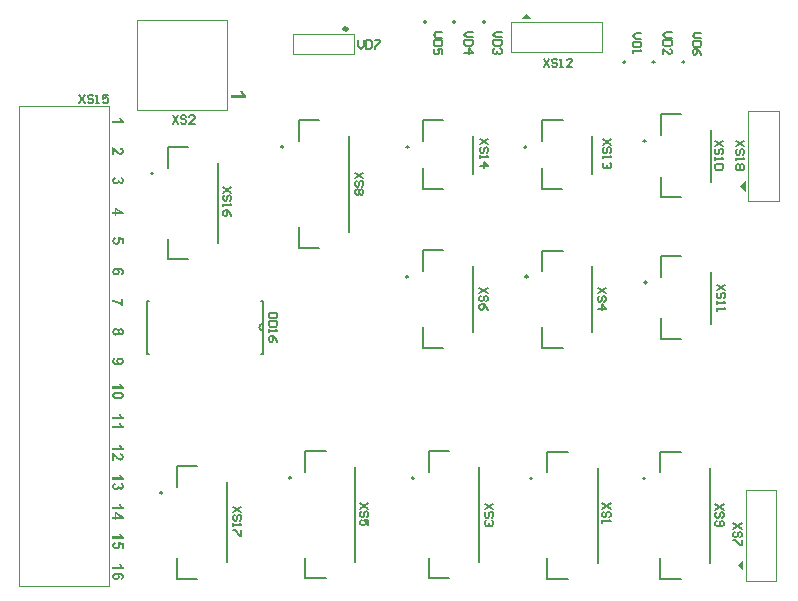
<source format=gto>
%FSTAX44Y44*%
%MOMM*%
%SFA1B1*%

%IPPOS*%
%ADD10C,0.200000*%
%ADD11C,0.299999*%
%ADD12C,0.152400*%
%ADD13C,0.100000*%
%ADD14C,0.127000*%
%ADD15C,0.050000*%
%ADD16C,0.150000*%
%LNdr_0n-1*%
%LPD*%
G36*
X00610249Y00094599D02*
X00614999Y00099349D01*
Y00089849*
X00610249Y00094599*
G37*
G36*
X00431199Y00561749D02*
X00435949Y00556999D01*
X00426449*
X00431199Y00561749*
G37*
G36*
X00612249Y00415599D02*
X00616999Y00420349D01*
Y00410849*
X00612249Y00415599*
G37*
G36*
X00083803Y00295585D02*
X00083983Y00295557D01*
X00084205Y00295502*
X00084455Y00295446*
X00084704Y00295349*
X00084954Y00295224*
X00084968*
X00084982Y00295211*
X00085065Y00295155*
X00085176Y00295058*
X00085328Y00294919*
X00085495Y00294753*
X00085661Y00294545*
X00085814Y00294295*
X00085966Y00294005*
Y00294018*
X0008598Y00294032*
X00086022Y00294115*
X00086091Y0029424*
X00086174Y00294392*
X00086299Y00294573*
X00086438Y00294739*
X00086604Y00294905*
X00086785Y00295044*
X00086812Y00295058*
X00086882Y002951*
X00086979Y00295141*
X00087131Y00295197*
X00087298Y00295266*
X00087506Y00295308*
X00087714Y00295349*
X00087949Y00295363*
X00087963*
X00087991*
X00088047*
X0008813Y00295349*
X00088213Y00295335*
X00088324Y00295321*
X00088574Y00295266*
X00088851Y00295183*
X00089156Y00295044*
X00089295Y00294961*
X00089447Y00294864*
X00089586Y00294739*
X00089725Y00294614*
X00089739Y002946*
X00089752Y00294573*
X00089794Y00294531*
X00089836Y00294476*
X00089891Y00294392*
X00089947Y00294309*
X00090016Y00294198*
X00090085Y00294059*
X00090141Y00293921*
X0009021Y00293768*
X00090266Y00293588*
X00090321Y00293394*
X00090363Y00293186*
X00090404Y00292964*
X00090418Y00292728*
X00090432Y00292478*
Y0029234*
X00090418Y00292257*
X00090404Y00292132*
X0009039Y00292007*
X00090377Y00291854*
X00090349Y00291702*
X00090266Y00291355*
X00090141Y00290995*
X00090057Y00290828*
X0008996Y00290648*
X0008985Y00290495*
X00089725Y00290343*
X00089711Y00290329*
X00089697Y00290315*
X00089655Y00290273*
X000896Y00290218*
X0008953Y00290162*
X00089447Y00290107*
X00089239Y00289954*
X00088976Y00289816*
X00088685Y00289705*
X00088338Y00289608*
X00088144Y00289594*
X00087949Y0028958*
X00087936*
X00087922*
X00087839*
X00087714Y00289594*
X00087547Y00289622*
X00087367Y00289663*
X00087173Y00289733*
X00086965Y00289816*
X00086757Y00289941*
X00086729Y00289954*
X00086674Y0029001*
X00086577Y00290079*
X00086466Y0029019*
X00086327Y00290329*
X00086202Y00290495*
X00086077Y00290689*
X00085966Y00290911*
Y00290897*
X00085952Y0029087*
X00085939Y00290828*
X00085911Y00290773*
X00085828Y00290634*
X00085717Y00290454*
X00085592Y0029026*
X00085425Y00290052*
X00085231Y00289857*
X00085009Y00289691*
X00084982Y00289677*
X00084898Y00289622*
X00084774Y00289552*
X00084607Y00289483*
X00084399Y002894*
X0008415Y00289344*
X00083886Y00289289*
X00083595Y00289275*
X00083581*
X00083539*
X0008347*
X00083373Y00289289*
X00083262Y00289303*
X00083123Y00289316*
X00082985Y00289344*
X00082832Y00289386*
X00082485Y00289483*
X00082305Y00289552*
X00082125Y00289635*
X00081944Y00289733*
X00081764Y00289857*
X00081598Y00289982*
X00081431Y00290135*
X00081418Y00290149*
X0008139Y00290176*
X00081348Y00290218*
X00081306Y00290287*
X00081237Y0029037*
X00081168Y00290481*
X00081099Y00290592*
X00081015Y00290731*
X00080932Y00290884*
X00080863Y00291064*
X00080793Y00291244*
X00080724Y00291438*
X00080682Y0029166*
X00080641Y00291896*
X00080613Y00292132*
X00080599Y00292395*
Y0029252*
X00080613Y00292617*
X00080627Y00292728*
X00080641Y00292853*
X00080655Y00292992*
X00080682Y00293158*
X00080766Y00293505*
X00080891Y00293865*
X0008096Y00294046*
X00081057Y00294226*
X00081154Y00294406*
X0008128Y00294573*
X00081293Y00294586*
X0008132Y00294614*
X00081362Y0029467*
X00081431Y00294739*
X00081515Y00294808*
X00081612Y00294892*
X00081736Y00294989*
X00081861Y00295086*
X00082014Y00295183*
X0008218Y0029528*
X0008236Y00295363*
X00082569Y00295432*
X00082777Y00295502*
X00083012Y00295557*
X00083248Y00295585*
X00083512Y00295599*
X00083525*
X00083553*
X00083595*
X0008365*
X00083803Y00295585*
G37*
G36*
X00088005Y00121585D02*
X00088019Y00121571D01*
X00088033Y0012153*
X00088047Y00121474*
X00088116Y00121335*
X00088199Y00121141*
X0008831Y00120905*
X00088463Y00120642*
X00088657Y00120351*
X00088879Y00120046*
X00088892Y00120032*
X00088906Y00120004*
X00088948Y00119962*
X00089003Y00119907*
X00089142Y00119754*
X00089323Y00119588*
X00089544Y00119394*
X00089822Y001192*
X00090113Y00119019*
X00090432Y00118881*
Y00117383*
X00080779*
Y00119227*
X00087728*
X00087714Y00119241*
X00087686Y00119269*
X00087644Y00119324*
X00087575Y00119408*
X00087492Y00119505*
X00087409Y00119616*
X00087312Y00119754*
X00087201Y00119907*
X0008709Y00120073*
X00086979Y00120254*
X00086854Y00120448*
X00086743Y00120656*
X00086535Y001211*
X00086341Y00121599*
X00088005*
Y00121585*
G37*
G36*
X00083414Y00112765D02*
X00083387D01*
X00083318Y00112751*
X00083193Y00112723*
X00083054Y00112682*
X00082901Y00112626*
X00082735Y00112543*
X00082582Y00112432*
X0008243Y00112307*
X00082416Y00112293*
X00082374Y00112238*
X00082319Y00112155*
X0008225Y00112043*
X0008218Y00111919*
X00082125Y00111766*
X00082083Y00111586*
X00082069Y00111406*
Y00111379*
X00082083Y00111308*
X00082097Y00111198*
X00082125Y00111059*
X0008218Y00110906*
X00082263Y0011074*
X00082388Y00110574*
X00082541Y00110421*
X00082569Y00110407*
X00082624Y00110352*
X00082735Y00110296*
X00082901Y00110213*
X00083096Y00110144*
X00083331Y00110074*
X00083623Y00110033*
X00083955Y00110019*
X00083969*
X00083997*
X00084039*
X00084108*
X00084261Y00110033*
X00084455Y00110074*
X00084677Y00110116*
X00084898Y00110185*
X00085106Y00110282*
X00085287Y00110421*
X00085301Y00110435*
X00085356Y0011049*
X00085425Y00110587*
X00085523Y00110698*
X00085606Y00110851*
X00085675Y00111031*
X00085731Y00111239*
X00085744Y00111461*
Y00111544*
X00085731Y001116*
X00085703Y00111738*
X00085661Y00111933*
X00085578Y00112155*
X00085453Y0011239*
X0008537Y00112515*
X00085273Y0011264*
X00085162Y00112765*
X00085037Y0011289*
X00085245Y00114373*
X00090252Y0011343*
Y00108563*
X00088532*
Y00112043*
X00086895Y00112335*
Y00112321*
X00086909Y00112307*
X00086951Y00112224*
X00086993Y00112099*
X00087062Y00111946*
X00087117Y00111752*
X00087159Y00111544*
X00087201Y00111308*
X00087214Y00111073*
Y00110948*
X00087201Y00110865*
X00087187Y00110768*
X00087173Y00110643*
X00087145Y00110504*
X00087104Y00110352*
X00086993Y00110033*
X00086923Y00109852*
X0008684Y00109686*
X00086729Y00109506*
X00086604Y00109325*
X00086466Y00109159*
X00086313Y00108993*
X00086299Y00108979*
X00086271Y00108951*
X00086216Y00108909*
X00086147Y00108854*
X00086063Y00108798*
X00085952Y00108715*
X00085828Y00108646*
X00085689Y00108563*
X00085536Y00108479*
X00085356Y0010841*
X00085162Y00108327*
X00084968Y00108271*
X00084746Y00108216*
X0008451Y00108174*
X00084261Y00108146*
X00083997Y00108133*
X00083983*
X00083941*
X00083886*
X00083803Y00108146*
X00083693*
X00083567Y00108174*
X00083428Y00108188*
X0008329Y00108216*
X00082957Y00108299*
X00082596Y00108424*
X00082402Y00108507*
X00082222Y0010859*
X00082042Y00108701*
X00081861Y00108826*
X00081847Y0010884*
X00081806Y00108868*
X0008175Y00108923*
X00081667Y00108993*
X0008157Y0010909*
X00081459Y00109214*
X00081348Y00109353*
X00081237Y00109506*
X00081112Y00109686*
X00081001Y0010988*
X00080891Y00110088*
X00080793Y00110324*
X0008071Y00110574*
X00080655Y00110837*
X00080613Y00111128*
X00080599Y00111433*
Y00111558*
X00080613Y00111655*
X00080627Y00111766*
X00080641Y00111905*
X00080655Y00112043*
X00080682Y0011221*
X00080766Y00112543*
X00080904Y00112917*
X00080974Y00113097*
X00081071Y00113278*
X00081182Y00113444*
X00081306Y00113611*
X0008132Y00113624*
X00081334Y00113652*
X00081376Y00113694*
X00081431Y00113749*
X00081515Y00113805*
X00081598Y00113888*
X00081695Y00113957*
X00081806Y00114041*
X00081944Y00114138*
X00082083Y00114221*
X00082416Y00114373*
X00082791Y00114512*
X00082998Y00114554*
X0008322Y00114595*
X00083414Y00112765*
G37*
G36*
X00088005Y00248585D02*
X00088019Y00248571D01*
X00088033Y0024853*
X00088047Y00248474*
X00088116Y00248335*
X00088199Y00248141*
X0008831Y00247905*
X00088463Y00247642*
X00088657Y00247351*
X00088879Y00247046*
X00088892Y00247032*
X00088906Y00247004*
X00088948Y00246962*
X00089003Y00246907*
X00089142Y00246754*
X00089323Y00246588*
X00089544Y00246394*
X00089822Y002462*
X00090113Y00246019*
X00090432Y00245881*
Y00244383*
X00080779*
Y00246227*
X00087728*
X00087714Y00246241*
X00087686Y00246269*
X00087644Y00246324*
X00087575Y00246408*
X00087492Y00246505*
X00087409Y00246616*
X00087312Y00246754*
X00087201Y00246907*
X0008709Y00247073*
X00086979Y00247254*
X00086854Y00247448*
X00086743Y00247656*
X00086535Y002481*
X00086341Y00248599*
X00088005*
Y00248585*
G37*
G36*
X00085966Y00241609D02*
X00086188Y00241595D01*
X00086452Y00241568*
X00086729Y0024154*
X00087034Y00241512*
X00087353Y00241457*
X00087672Y00241401*
X00088005Y00241318*
X00088324Y00241235*
X00088629Y00241124*
X0008892Y00240999*
X00089198Y0024086*
X00089433Y00240694*
X00089447Y0024068*
X00089475Y00240652*
X0008953Y00240611*
X00089586Y00240541*
X00089669Y00240472*
X00089752Y00240375*
X00089836Y0024025*
X00089933Y00240125*
X0009003Y00239973*
X00090113Y0023982*
X00090196Y0023964*
X00090279Y00239446*
X00090335Y00239238*
X0009039Y00239002*
X00090418Y00238766*
X00090432Y00238516*
Y00238379*
X00090418Y00238281*
X00090404Y0023817*
X00090377Y00238031*
X00090349Y00237893*
X00090307Y00237726*
X00090252Y00237546*
X00090182Y00237379*
X00090113Y00237199*
X00090016Y00237019*
X00089891Y00236839*
X00089766Y00236658*
X00089614Y00236492*
X00089433Y00236339*
X00089419Y00236325*
X00089378Y00236298*
X00089309Y00236256*
X00089212Y00236187*
X00089073Y00236117*
X00088906Y00236034*
X00088726Y00235951*
X0008849Y00235868*
X00088241Y00235785*
X00087949Y00235687*
X00087631Y00235618*
X0008727Y00235549*
X00086882Y00235479*
X00086466Y00235438*
X00086008Y0023541*
X00085509Y00235396*
X00085495*
X00085481*
X00085439*
X00085384*
X00085245*
X00085065Y0023541*
X00084843Y00235424*
X00084579Y00235452*
X00084302Y00235479*
X00083997Y00235507*
X00083678Y00235563*
X00083345Y00235632*
X00083026Y00235701*
X00082707Y00235798*
X00082388Y00235895*
X00082097Y00236034*
X0008182Y00236173*
X00081584Y00236339*
X0008157Y00236353*
X00081542Y00236381*
X00081487Y00236422*
X00081431Y00236478*
X00081362Y00236561*
X0008128Y00236658*
X00081182Y00236783*
X00081099Y00236908*
X00081001Y0023706*
X00080904Y00237213*
X00080821Y00237393*
X00080752Y00237587*
X00080696Y00237795*
X00080641Y00238031*
X00080613Y00238267*
X00080599Y00238516*
Y00238572*
X00080613Y00238655*
Y00238752*
X00080627Y00238863*
X00080655Y00239002*
X00080682Y00239155*
X00080738Y00239321*
X00080793Y00239501*
X00080863Y00239682*
X00080946Y00239876*
X00081057Y00240056*
X00081168Y0024025*
X0008132Y0024043*
X00081473Y00240611*
X00081667Y00240777*
X00081681Y00240792*
X00081723Y00240819*
X00081792Y0024086*
X00081875Y00240902*
X00082Y00240971*
X00082153Y00241041*
X00082347Y00241124*
X00082555Y00241193*
X00082804Y00241276*
X00083082Y0024136*
X00083401Y00241429*
X00083747Y00241484*
X00084136Y0024154*
X00084566Y00241581*
X00085023Y00241609*
X00085523Y00241623*
X00085536*
X0008555*
X00085592*
X00085647*
X00085786*
X00085966Y00241609*
G37*
G36*
X00087825Y00196585D02*
X00087838Y00196571D01*
X00087852Y0019653*
X00087866Y00196474*
X00087936Y00196335*
X00088019Y00196141*
X0008813Y00195906*
X00088282Y00195642*
X00088476Y00195351*
X00088698Y00195046*
X00088712Y00195032*
X00088726Y00195004*
X00088768Y00194962*
X00088823Y00194907*
X00088962Y00194754*
X00089142Y00194588*
X00089364Y00194394*
X00089641Y001942*
X00089933Y00194019*
X00090252Y00193881*
Y00192383*
X00080599*
Y00194227*
X00087547*
X00087533Y00194241*
X00087506Y00194269*
X00087464Y00194325*
X00087395Y00194408*
X00087311Y00194505*
X00087228Y00194616*
X00087131Y00194754*
X0008702Y00194907*
X00086909Y00195073*
X00086798Y00195254*
X00086674Y00195448*
X00086563Y00195656*
X00086355Y001961*
X0008616Y00196599*
X00087825*
Y00196585*
G37*
G36*
X00080696Y00189845D02*
X00080766Y00189831D01*
X00080849Y00189817*
X00080946Y00189803*
X00081195Y00189748*
X00081473Y00189665*
X00081778Y00189554*
X00082111Y00189415*
X0008243Y00189235*
X00082444*
X00082471Y00189207*
X00082527Y00189179*
X00082582Y00189124*
X0008268Y00189068*
X00082777Y00188985*
X00082901Y00188888*
X0008304Y00188777*
X00083207Y00188652*
X00083373Y001885*
X00083567Y00188333*
X00083775Y00188139*
X00083983Y00187931*
X00084219Y00187695*
X00084468Y00187446*
X00084732Y00187168*
X00084746Y00187154*
X00084788Y00187113*
X00084843Y00187058*
X00084926Y00186974*
X00085009Y00186863*
X0008512Y00186752*
X0008537Y00186503*
X00085633Y00186253*
X00085897Y00186004*
X00086008Y00185892*
X00086133Y00185782*
X0008623Y00185698*
X00086313Y00185643*
X00086341Y00185629*
X0008641Y00185587*
X00086521Y00185518*
X00086674Y00185449*
X0008684Y00185379*
X00087034Y0018531*
X00087228Y00185268*
X00087436Y00185255*
X0008745*
X00087464*
X00087533*
X00087658Y00185268*
X00087797Y00185296*
X00087949Y00185338*
X00088102Y00185393*
X00088255Y00185477*
X00088393Y00185587*
X00088407Y00185601*
X00088449Y00185643*
X00088504Y00185726*
X0008856Y00185823*
X00088615Y00185962*
X00088671Y00186114*
X00088712Y00186295*
X00088726Y00186503*
Y001866*
X00088712Y00186711*
X00088685Y00186836*
X00088643Y00186988*
X00088573Y00187141*
X0008849Y00187293*
X00088379Y00187432*
X00088365Y00187446*
X0008831Y00187487*
X00088227Y00187543*
X00088102Y00187598*
X00087949Y00187668*
X00087741Y00187723*
X00087506Y00187779*
X00087228Y00187806*
X00087409Y00189637*
X00087422*
X00087478Y00189623*
X00087547*
X00087658Y00189595*
X00087783Y00189582*
X00087922Y0018954*
X00088074Y00189498*
X00088255Y00189457*
X00088601Y00189318*
X00088962Y00189152*
X00089142Y00189041*
X00089309Y00188916*
X00089447Y00188777*
X00089586Y00188625*
X000896Y00188611*
X00089614Y00188583*
X00089641Y00188541*
X00089697Y00188472*
X00089739Y00188389*
X00089794Y00188278*
X00089863Y00188167*
X00089919Y00188028*
X00089988Y00187876*
X00090044Y00187709*
X00090154Y00187349*
X00090224Y00186919*
X00090238Y00186697*
X00090252Y00186461*
Y00186322*
X00090238Y00186225*
X00090224Y001861*
X0009021Y00185962*
X00090182Y00185809*
X00090154Y00185643*
X00090057Y00185282*
X00089919Y00184922*
X00089836Y00184728*
X00089739Y00184561*
X00089614Y00184381*
X00089475Y00184228*
X00089461Y00184214*
X00089447Y00184187*
X00089392Y00184159*
X00089336Y00184103*
X00089267Y00184034*
X0008917Y00183965*
X00089073Y00183896*
X00088948Y00183812*
X00088671Y00183674*
X00088352Y00183535*
X00088171Y00183479*
X00087977Y00183452*
X00087769Y00183424*
X00087561Y0018341*
X00087533*
X0008745*
X00087325Y00183424*
X00087173Y00183438*
X00086979Y00183465*
X00086771Y00183507*
X00086549Y00183563*
X00086327Y00183646*
X00086299Y0018366*
X0008623Y00183687*
X00086106Y00183743*
X00085952Y00183826*
X00085772Y00183923*
X00085564Y00184048*
X00085342Y00184201*
X00085106Y00184381*
X00085093Y00184395*
X00085023Y0018445*
X00084926Y00184533*
X00084788Y00184658*
X00084621Y00184825*
X00084399Y00185033*
X00084163Y00185282*
X00083872Y00185587*
X00083858Y00185601*
X00083844Y00185629*
X00083803Y00185671*
X00083747Y00185726*
X00083609Y00185879*
X00083442Y00186059*
X00083262Y00186239*
X00083082Y00186419*
X00082929Y00186586*
X0008286Y00186641*
X00082804Y00186697*
X0008279Y00186711*
X00082763Y00186739*
X00082707Y0018678*
X00082638Y00186836*
X00082485Y0018696*
X00082305Y00187071*
Y0018341*
X00080599*
Y00189859*
X00080613*
X00080641*
X00080696Y00189845*
G37*
G36*
X00085869Y00346585D02*
X00086091Y00346571D01*
X00086341Y00346543*
X00086618Y00346516*
X00086909Y00346474*
X00087214Y00346432*
X00087533Y00346363*
X00087852Y0034628*
X00088171Y00346183*
X00088463Y00346072*
X00088754Y00345948*
X00089017Y00345795*
X00089253Y00345628*
X00089267Y00345614*
X00089309Y00345586*
X00089364Y00345531*
X00089433Y00345448*
X0008953Y00345351*
X00089628Y0034524*
X00089739Y00345101*
X0008985Y00344948*
X00089947Y00344768*
X00090057Y00344588*
X00090155Y00344366*
X00090252Y00344144*
X00090321Y00343908*
X00090377Y00343645*
X00090418Y00343381*
X00090432Y0034309*
Y00342979*
X00090418Y0034291*
Y00342813*
X00090404Y00342702*
X00090349Y00342452*
X00090279Y00342175*
X00090168Y0034187*
X00090016Y00341565*
X00089919Y00341426*
X00089808Y00341287*
Y00341273*
X0008978Y00341259*
X00089739Y00341218*
X00089697Y00341176*
X00089628Y00341107*
X00089558Y00341052*
X00089364Y00340899*
X00089101Y00340746*
X00088796Y00340594*
X00088449Y00340455*
X00088033Y00340358*
X00087839Y00342133*
X00087866*
X00087922Y00342147*
X00088019Y00342175*
X00088144Y00342203*
X00088269Y00342244*
X00088407Y00342313*
X00088532Y00342383*
X00088643Y0034248*
X00088657Y00342494*
X00088685Y00342535*
X00088726Y00342591*
X00088782Y00342674*
X00088823Y00342771*
X00088865Y00342896*
X00088892Y00343049*
X00088906Y00343201*
Y00343229*
X00088892Y00343298*
X00088879Y00343409*
X00088837Y00343548*
X00088782Y003437*
X00088685Y00343867*
X0008856Y00344033*
X00088379Y00344186*
X00088352Y003442*
X00088324Y00344227*
X00088269Y00344255*
X00088213Y00344283*
X0008813Y00344324*
X00088033Y00344352*
X00087908Y00344394*
X00087769Y00344449*
X00087617Y00344491*
X00087436Y00344532*
X00087242Y00344574*
X0008702Y00344616*
X00086771Y00344643*
X00086493Y00344671*
X00086202Y00344699*
X00086216Y00344685*
X00086244Y00344671*
X00086271Y0034463*
X00086327Y00344574*
X00086396Y00344505*
X00086466Y00344421*
X00086618Y00344227*
X00086757Y00343978*
X00086895Y00343687*
X00086951Y0034352*
X00086979Y00343354*
X00087006Y00343173*
X0008702Y00342979*
Y00342868*
X00087006Y00342785*
X00086993Y00342688*
X00086979Y00342577*
X00086951Y00342438*
X00086909Y003423*
X00086798Y00341995*
X00086729Y00341828*
X00086646Y00341662*
X00086549Y00341495*
X00086424Y00341329*
X00086285Y00341162*
X00086133Y0034101*
X00086119Y00340996*
X00086091Y00340968*
X0008605Y00340927*
X0008598Y00340885*
X00085883Y00340816*
X00085786Y00340746*
X00085661Y00340677*
X00085523Y00340594*
X0008537Y00340511*
X0008519Y00340441*
X00085009Y00340372*
X00084801Y00340303*
X00084593Y00340261*
X00084358Y00340219*
X00084122Y00340192*
X00083858Y00340178*
X00083845*
X00083789*
X0008372*
X00083609Y00340192*
X00083484Y00340205*
X00083345Y00340219*
X00083179Y00340247*
X00083012Y00340289*
X00082624Y00340386*
X0008243Y00340455*
X00082236Y00340552*
X00082042Y00340649*
X00081847Y0034076*
X00081653Y00340899*
X00081487Y00341052*
X00081473Y00341065*
X00081445Y00341093*
X00081404Y00341135*
X00081348Y00341204*
X0008128Y00341287*
X00081209Y00341398*
X00081126Y00341509*
X00081043Y00341648*
X0008096Y003418*
X00080877Y00341967*
X00080807Y00342147*
X00080738Y00342355*
X00080682Y00342563*
X00080641Y00342785*
X00080613Y00343021*
X00080599Y0034327*
Y0034334*
X00080613Y00343409*
Y00343506*
X00080641Y00343631*
X00080655Y00343784*
X00080696Y00343936*
X00080738Y00344116*
X00080793Y00344297*
X00080877Y00344491*
X0008096Y00344699*
X00081071Y00344893*
X00081196Y00345101*
X00081348Y00345295*
X00081528Y00345489*
X00081723Y0034567*
X00081736Y00345684*
X00081778Y00345711*
X00081847Y00345753*
X00081944Y00345808*
X00082069Y00345892*
X00082222Y00345961*
X00082402Y00346044*
X0008261Y00346127*
X0008286Y00346224*
X00083123Y00346308*
X00083428Y00346377*
X00083775Y00346446*
X00084136Y00346516*
X00084538Y00346557*
X00084968Y00346585*
X00085439Y00346599*
X00085453*
X00085467*
X00085509*
X0008555*
X00085689*
X00085869Y00346585*
G37*
G36*
X00088005Y00171585D02*
X00088019Y00171571D01*
X00088033Y00171529*
X00088047Y00171474*
X00088116Y00171335*
X00088199Y00171141*
X0008831Y00170905*
X00088463Y00170642*
X00088657Y00170351*
X00088879Y00170046*
X00088892Y00170032*
X00088906Y00170004*
X00088948Y00169962*
X00089003Y00169907*
X00089142Y00169754*
X00089323Y00169588*
X00089544Y00169394*
X00089822Y001692*
X00090113Y00169019*
X00090432Y00168881*
Y00167383*
X00080779*
Y00169227*
X00087728*
X00087714Y00169241*
X00087686Y00169269*
X00087644Y00169324*
X00087575Y00169408*
X00087492Y00169505*
X00087409Y00169616*
X00087312Y00169754*
X00087201Y00169907*
X0008709Y00170073*
X00086979Y00170254*
X00086854Y00170448*
X00086743Y00170656*
X00086535Y001711*
X00086341Y00171599*
X00088005*
Y00171585*
G37*
G36*
X00083525Y00162917D02*
X00083512D01*
X00083498*
X00083414Y00162903*
X0008329Y00162876*
X00083137Y00162834*
X00082971Y00162765*
X00082791Y00162695*
X00082624Y00162584*
X00082471Y0016246*
X00082458Y00162446*
X00082416Y0016239*
X0008236Y00162307*
X00082305Y0016221*
X00082236Y00162071*
X0008218Y00161919*
X00082139Y00161752*
X00082125Y00161558*
Y0016153*
X00082139Y00161461*
X00082153Y00161364*
X0008218Y00161225*
X00082236Y00161073*
X00082305Y0016092*
X00082416Y00160754*
X00082555Y00160601*
X00082569Y00160587*
X00082638Y00160532*
X00082735Y00160476*
X0008286Y00160393*
X00083026Y00160324*
X00083234Y00160255*
X0008347Y00160213*
X00083734Y00160199*
X00083747*
X00083761*
X00083845*
X00083969Y00160213*
X00084136Y00160241*
X00084316Y00160296*
X00084496Y00160365*
X00084677Y00160463*
X00084843Y00160587*
X00084857Y00160601*
X00084912Y00160657*
X00084982Y0016074*
X00085051Y00160837*
X00085134Y00160976*
X0008519Y00161128*
X00085245Y00161295*
X00085259Y00161489*
Y00161627*
X00085245Y00161725*
X00085231Y00161849*
X00085204Y00162002*
X00085162Y00162154*
X0008512Y00162335*
X00086604Y00162141*
Y00162016*
X00086618Y00161877*
X00086632Y00161711*
X00086674Y0016153*
X00086729Y00161336*
X00086812Y00161156*
X00086923Y0016099*
X00086937Y00160976*
X00086993Y0016092*
X00087062Y00160865*
X00087173Y00160782*
X00087298Y00160712*
X0008745Y00160643*
X00087631Y00160601*
X00087839Y00160587*
X00087866*
X00087922*
X00088005Y00160601*
X00088116Y00160629*
X00088241Y00160657*
X00088365Y00160712*
X00088504Y00160782*
X00088615Y00160879*
X00088629Y00160892*
X00088657Y00160934*
X00088712Y0016099*
X00088768Y00161087*
X00088809Y00161198*
X00088865Y00161322*
X00088892Y00161489*
X00088906Y00161655*
Y00161738*
X00088892Y00161822*
X00088865Y00161933*
X00088823Y00162057*
X00088768Y00162196*
X00088685Y00162335*
X00088574Y0016246*
X0008856Y00162473*
X00088519Y00162515*
X00088435Y00162571*
X00088324Y0016264*
X00088199Y00162709*
X00088033Y00162765*
X00087839Y0016282*
X00087617Y00162862*
X00087894Y00164554*
X00087908*
X00087936Y0016454*
X00087977*
X00088047Y00164526*
X00088199Y00164484*
X00088407Y00164429*
X00088629Y00164346*
X00088865Y00164262*
X00089087Y00164152*
X00089295Y00164027*
X00089323Y00164013*
X00089378Y00163957*
X00089475Y00163874*
X000896Y00163763*
X00089725Y00163625*
X00089863Y00163458*
X00090002Y0016325*
X00090127Y00163028*
Y00163014*
X00090141Y00163*
X00090168Y00162917*
X00090224Y00162779*
X00090279Y00162612*
X00090335Y00162404*
X0009039Y00162154*
X00090418Y00161891*
X00090432Y001616*
Y00161475*
X00090418Y00161378*
X00090404Y00161253*
X0009039Y00161128*
X00090363Y00160976*
X00090321Y00160823*
X00090224Y00160476*
X00090155Y00160296*
X00090057Y00160102*
X0008996Y00159922*
X0008985Y00159755*
X00089711Y00159575*
X00089558Y00159422*
X00089544Y00159409*
X0008953Y00159395*
X00089489Y00159353*
X00089433Y00159311*
X00089295Y001592*
X00089101Y00159076*
X00088865Y00158951*
X00088587Y00158854*
X00088282Y00158771*
X0008813Y00158757*
X00087963Y00158743*
X00087949*
X00087908*
X00087839Y00158757*
X00087755Y00158771*
X00087644Y00158784*
X0008752Y00158812*
X00087381Y00158854*
X00087228Y00158909*
X00087076Y00158993*
X00086909Y00159076*
X00086743Y00159187*
X00086577Y00159325*
X0008641Y00159492*
X00086244Y00159672*
X00086091Y0015988*
X00085939Y0016013*
Y00160116*
X00085925Y00160088*
Y00160046*
X00085897Y00159991*
X00085855Y00159838*
X00085772Y00159658*
X00085661Y0015945*
X00085523Y00159228*
X00085342Y00159006*
X00085134Y00158812*
X00085106Y00158784*
X00085023Y00158729*
X00084898Y0015866*
X00084718Y00158563*
X0008451Y00158466*
X00084247Y00158396*
X00083969Y00158341*
X0008365Y00158313*
X00083636*
X00083595*
X00083525*
X00083442Y00158327*
X00083331Y00158341*
X00083207Y00158369*
X00083054Y00158396*
X00082901Y00158424*
X00082569Y00158535*
X00082388Y00158618*
X00082194Y00158701*
X00082014Y00158812*
X00081833Y00158937*
X00081653Y00159076*
X00081487Y00159242*
X00081473Y00159256*
X00081445Y00159284*
X00081404Y00159339*
X00081348Y00159409*
X0008128Y00159506*
X00081209Y00159603*
X00081126Y00159741*
X00081043Y0015988*
X0008096Y00160033*
X00080877Y00160213*
X00080807Y00160407*
X00080738Y00160601*
X00080682Y00160823*
X00080641Y00161045*
X00080613Y00161295*
X00080599Y00161544*
Y00161669*
X00080613Y00161766*
X00080627Y00161877*
X00080641Y00162002*
X00080669Y00162141*
X00080696Y00162307*
X00080779Y0016264*
X00080918Y00163*
X00081001Y00163195*
X00081099Y00163361*
X00081223Y00163541*
X00081348Y00163708*
X00081362Y00163722*
X0008139Y00163749*
X00081431Y00163791*
X00081487Y00163846*
X00081556Y00163916*
X00081653Y00163985*
X0008175Y00164068*
X00081875Y00164152*
X00082014Y00164235*
X00082153Y00164332*
X00082485Y00164484*
X00082874Y00164609*
X00083082Y00164665*
X00083304Y00164692*
X00083525Y00162917*
G37*
G36*
X00087825Y00473585D02*
X00087838Y00473571D01*
X00087852Y0047353*
X00087866Y00473474*
X00087936Y00473335*
X00088019Y00473141*
X0008813Y00472905*
X00088282Y00472642*
X00088476Y00472351*
X00088698Y00472046*
X00088712Y00472032*
X00088726Y00472004*
X00088768Y00471962*
X00088823Y00471907*
X00088962Y00471754*
X00089142Y00471588*
X00089364Y00471394*
X00089641Y004712*
X00089933Y00471019*
X00090252Y00470881*
Y00469383*
X00080599*
Y00471227*
X00087547*
X00087533Y00471241*
X00087506Y00471269*
X00087464Y00471324*
X00087395Y00471408*
X00087311Y00471505*
X00087228Y00471616*
X00087131Y00471754*
X0008702Y00471907*
X00086909Y00472073*
X00086798Y00472254*
X00086674Y00472448*
X00086563Y00472656*
X00086355Y004731*
X0008616Y00473599*
X00087825*
Y00473585*
G37*
G36*
X00083414Y00370768D02*
X00083387D01*
X00083317Y00370754*
X00083193Y00370727*
X00083054Y00370685*
X00082901Y0037063*
X00082735Y00370546*
X00082582Y00370435*
X0008243Y00370311*
X00082416Y00370297*
X00082374Y00370241*
X00082319Y00370158*
X0008225Y00370047*
X0008218Y00369922*
X00082125Y0036977*
X00082083Y00369589*
X00082069Y00369409*
Y00369381*
X00082083Y00369312*
X00082097Y00369201*
X00082125Y00369062*
X0008218Y0036891*
X00082263Y00368743*
X00082388Y00368577*
X00082541Y00368424*
X00082569Y00368411*
X00082624Y00368355*
X00082735Y003683*
X00082901Y00368216*
X00083096Y00368147*
X00083331Y00368078*
X00083623Y00368036*
X00083955Y00368022*
X00083969*
X00083997*
X00084039*
X00084108*
X00084261Y00368036*
X00084455Y00368078*
X00084676Y00368119*
X00084898Y00368189*
X00085106Y00368286*
X00085287Y00368424*
X00085301Y00368438*
X00085356Y00368494*
X00085425Y00368591*
X00085523Y00368702*
X00085606Y00368854*
X00085675Y00369035*
X0008573Y00369243*
X00085744Y00369465*
Y00369548*
X0008573Y00369603*
X00085703Y00369742*
X00085661Y00369936*
X00085578Y00370158*
X00085453Y00370394*
X0008537Y00370519*
X00085273Y00370643*
X00085162Y00370768*
X00085037Y00370893*
X00085245Y00372377*
X00090252Y00371434*
Y00366566*
X00088532*
Y00370047*
X00086895Y00370338*
Y00370324*
X00086909Y00370311*
X00086951Y00370227*
X00086993Y00370103*
X00087062Y00369951*
X00087117Y00369756*
X00087159Y00369548*
X00087201Y00369312*
X00087214Y00369076*
Y00368951*
X00087201Y00368868*
X00087187Y00368771*
X00087173Y00368646*
X00087145Y00368508*
X00087104Y00368355*
X00086993Y00368036*
X00086923Y00367856*
X0008684Y0036769*
X00086729Y00367509*
X00086604Y00367329*
X00086466Y00367163*
X00086313Y00366996*
X00086299Y00366982*
X00086271Y00366954*
X00086216Y00366913*
X00086147Y00366857*
X00086063Y00366802*
X00085952Y00366719*
X00085828Y00366649*
X00085689Y00366566*
X00085536Y00366483*
X00085356Y00366414*
X00085162Y0036633*
X00084968Y00366275*
X00084746Y00366219*
X0008451Y00366178*
X00084261Y0036615*
X00083997Y00366136*
X00083983*
X00083941*
X00083886*
X00083803Y0036615*
X00083693*
X00083567Y00366178*
X00083428Y00366192*
X0008329Y00366219*
X00082957Y00366303*
X00082596Y00366427*
X00082402Y00366511*
X00082222Y00366594*
X00082042Y00366705*
X00081861Y0036683*
X00081847Y00366843*
X00081806Y00366871*
X0008175Y00366927*
X00081667Y00366996*
X0008157Y00367093*
X00081459Y00367218*
X00081348Y00367357*
X00081237Y00367509*
X00081112Y0036769*
X00081001Y00367884*
X00080891Y00368092*
X00080793Y00368327*
X0008071Y00368577*
X00080655Y00368841*
X00080613Y00369132*
X00080599Y00369437*
Y00369562*
X00080613Y00369659*
X00080627Y0036977*
X00080641Y00369908*
X00080655Y00370047*
X00080682Y00370214*
X00080766Y00370546*
X00080904Y00370921*
X00080974Y00371101*
X00081071Y00371281*
X00081182Y00371448*
X00081306Y00371614*
X0008132Y00371628*
X00081334Y00371656*
X00081376Y00371697*
X00081431Y00371753*
X00081515Y00371808*
X00081598Y00371892*
X00081695Y00371961*
X00081806Y00372044*
X00081944Y00372141*
X00082083Y00372224*
X00082416Y00372377*
X0008279Y00372516*
X00082998Y00372557*
X0008322Y00372599*
X00083414Y00370768*
G37*
G36*
X00083525Y00421824D02*
X00083512D01*
X00083498*
X00083414Y0042181*
X0008329Y00421782*
X00083137Y0042174*
X00082971Y00421671*
X00082791Y00421602*
X00082624Y00421491*
X00082471Y00421366*
X00082458Y00421352*
X00082416Y00421297*
X0008236Y00421213*
X00082305Y00421116*
X00082236Y00420978*
X0008218Y00420825*
X00082139Y00420659*
X00082125Y00420465*
Y00420437*
X00082139Y00420367*
X00082153Y0042027*
X0008218Y00420132*
X00082236Y00419979*
X00082305Y00419827*
X00082416Y0041966*
X00082555Y00419508*
X00082569Y00419494*
X00082638Y00419438*
X00082735Y00419383*
X0008286Y004193*
X00083026Y0041923*
X00083234Y00419161*
X0008347Y00419119*
X00083734Y00419105*
X00083747*
X00083761*
X00083845*
X00083969Y00419119*
X00084136Y00419147*
X00084316Y00419203*
X00084496Y00419272*
X00084677Y00419369*
X00084843Y00419494*
X00084857Y00419508*
X00084912Y00419563*
X00084982Y00419646*
X00085051Y00419743*
X00085134Y00419882*
X0008519Y00420035*
X00085245Y00420201*
X00085259Y00420395*
Y00420534*
X00085245Y00420631*
X00085231Y00420756*
X00085204Y00420908*
X00085162Y00421061*
X0008512Y00421241*
X00086604Y00421047*
Y00420922*
X00086618Y00420784*
X00086632Y00420617*
X00086674Y00420437*
X00086729Y00420243*
X00086812Y00420062*
X00086923Y00419896*
X00086937Y00419882*
X00086993Y00419827*
X00087062Y00419771*
X00087173Y00419688*
X00087298Y00419619*
X0008745Y00419549*
X00087631Y00419508*
X00087839Y00419494*
X00087866*
X00087922*
X00088005Y00419508*
X00088116Y00419535*
X00088241Y00419563*
X00088365Y00419619*
X00088504Y00419688*
X00088615Y00419785*
X00088629Y00419799*
X00088657Y0041984*
X00088712Y00419896*
X00088768Y00419993*
X00088809Y00420104*
X00088865Y00420229*
X00088892Y00420395*
X00088906Y00420562*
Y00420645*
X00088892Y00420728*
X00088865Y00420839*
X00088823Y00420964*
X00088768Y00421103*
X00088685Y00421241*
X00088574Y00421366*
X0008856Y0042138*
X00088519Y00421422*
X00088435Y00421477*
X00088324Y00421546*
X00088199Y00421616*
X00088033Y00421671*
X00087839Y00421727*
X00087617Y00421768*
X00087894Y0042346*
X00087908*
X00087936Y00423446*
X00087977*
X00088047Y00423432*
X00088199Y00423391*
X00088407Y00423335*
X00088629Y00423252*
X00088865Y00423169*
X00089087Y00423058*
X00089295Y00422933*
X00089323Y00422919*
X00089378Y00422864*
X00089475Y00422781*
X000896Y0042267*
X00089725Y00422531*
X00089863Y00422365*
X00090002Y00422157*
X00090127Y00421935*
Y00421921*
X00090141Y00421907*
X00090168Y00421824*
X00090224Y00421685*
X00090279Y00421519*
X00090335Y00421311*
X0009039Y00421061*
X00090418Y00420797*
X00090432Y00420506*
Y00420381*
X00090418Y00420284*
X00090404Y00420159*
X0009039Y00420035*
X00090363Y00419882*
X00090321Y0041973*
X00090224Y00419383*
X00090155Y00419203*
X00090057Y00419008*
X0008996Y00418828*
X0008985Y00418662*
X00089711Y00418481*
X00089558Y00418329*
X00089544Y00418315*
X0008953Y00418301*
X00089489Y00418259*
X00089433Y00418218*
X00089295Y00418107*
X00089101Y00417982*
X00088865Y00417857*
X00088587Y0041776*
X00088282Y00417677*
X0008813Y00417663*
X00087963Y00417649*
X00087949*
X00087908*
X00087839Y00417663*
X00087755Y00417677*
X00087644Y00417691*
X0008752Y00417719*
X00087381Y0041776*
X00087228Y00417816*
X00087076Y00417899*
X00086909Y00417982*
X00086743Y00418093*
X00086577Y00418232*
X0008641Y00418398*
X00086244Y00418578*
X00086091Y00418786*
X00085939Y00419036*
Y00419022*
X00085925Y00418995*
Y00418953*
X00085897Y00418898*
X00085855Y00418745*
X00085772Y00418565*
X00085661Y00418357*
X00085523Y00418135*
X00085342Y00417913*
X00085134Y00417719*
X00085106Y00417691*
X00085023Y00417635*
X00084898Y00417566*
X00084718Y00417469*
X0008451Y00417372*
X00084247Y00417303*
X00083969Y00417247*
X0008365Y00417219*
X00083636*
X00083595*
X00083525*
X00083442Y00417233*
X00083331Y00417247*
X00083207Y00417275*
X00083054Y00417303*
X00082901Y0041733*
X00082569Y00417441*
X00082388Y00417524*
X00082194Y00417608*
X00082014Y00417719*
X00081833Y00417844*
X00081653Y00417982*
X00081487Y00418149*
X00081473Y00418162*
X00081445Y0041819*
X00081404Y00418246*
X00081348Y00418315*
X0008128Y00418412*
X00081209Y00418509*
X00081126Y00418648*
X00081043Y00418786*
X0008096Y00418939*
X00080877Y00419119*
X00080807Y00419313*
X00080738Y00419508*
X00080682Y0041973*
X00080641Y00419951*
X00080613Y00420201*
X00080599Y00420451*
Y00420576*
X00080613Y00420673*
X00080627Y00420784*
X00080641Y00420908*
X00080669Y00421047*
X00080696Y00421213*
X00080779Y00421546*
X00080918Y00421907*
X00081001Y00422101*
X00081099Y00422267*
X00081223Y00422448*
X00081348Y00422614*
X00081362Y00422628*
X0008139Y00422656*
X00081431Y00422697*
X00081487Y00422753*
X00081556Y00422822*
X00081653Y00422892*
X0008175Y00422975*
X00081875Y00423058*
X00082014Y00423141*
X00082153Y00423238*
X00082485Y00423391*
X00082874Y00423516*
X00083082Y00423571*
X00083304Y00423599*
X00083525Y00421824*
G37*
G36*
X00090071Y00314303D02*
X0008874D01*
X00088726Y00314316*
X00088698Y00314344*
X00088657Y00314386*
X00088601Y00314441*
X00088519Y00314511*
X00088421Y00314594*
X0008831Y00314691*
X00088171Y00314802*
X00088019Y00314913*
X00087852Y00315038*
X00087672Y00315176*
X00087478Y00315315*
X00087256Y00315454*
X00087034Y00315592*
X00086785Y00315745*
X00086521Y00315897*
X00086507Y00315911*
X00086452Y00315939*
X00086382Y00315981*
X00086271Y00316036*
X00086147Y00316092*
X0008598Y00316175*
X000858Y00316258*
X00085606Y00316355*
X00085384Y00316452*
X00085148Y00316549*
X00084898Y0031666*
X00084635Y00316757*
X00084066Y00316951*
X0008347Y00317132*
X00083456*
X00083401Y00317146*
X00083318Y00317173*
X00083193Y00317201*
X00083054Y00317229*
X00082901Y00317257*
X00082707Y00317298*
X00082513Y0031734*
X00082291Y00317381*
X00082069Y00317409*
X00081584Y00317478*
X00081085Y0031752*
X00080599Y00317534*
Y00319309*
X00080627*
X00080682*
X00080793Y00319295*
X00080946*
X00081126Y00319281*
X00081334Y00319254*
X00081584Y00319226*
X00081847Y00319184*
X00082139Y00319143*
X00082458Y00319087*
X00082791Y00319018*
X00083151Y00318949*
X00083512Y00318851*
X00083886Y00318754*
X00084261Y0031863*
X00084649Y00318491*
X00084677Y00318477*
X00084746Y00318449*
X00084857Y00318408*
X00084996Y00318352*
X00085176Y00318269*
X00085398Y00318172*
X00085633Y00318061*
X00085897Y00317936*
X00086174Y00317797*
X00086466Y00317645*
X00086785Y00317478*
X0008709Y00317284*
X00087742Y00316882*
X00088365Y00316424*
Y00320599*
X00090071*
Y00314303*
G37*
G36*
X00190896Y00496381D02*
X00190915Y00496362D01*
X00190933Y00496307*
X00190952Y00496233*
X00191044Y00496048*
X00191155Y00495788*
X00191303Y00495473*
X00191507Y00495122*
X00191767Y00494733*
X00192063Y00494325*
X00192081Y00494307*
X001921Y0049427*
X00192155Y00494214*
X00192229Y0049414*
X00192415Y00493937*
X00192655Y00493714*
X00192951Y00493455*
X00193322Y00493196*
X00193711Y00492955*
X00194137Y0049277*
Y0049077*
X00181249*
Y00493233*
X00190526*
X00190507Y00493251*
X0019047Y00493288*
X00190415Y00493363*
X00190322Y00493474*
X00190211Y00493603*
X001901Y00493751*
X0018997Y00493937*
X00189822Y0049414*
X00189674Y00494363*
X00189526Y00494603*
X00189359Y00494862*
X00189211Y0049514*
X00188933Y00495733*
X00188674Y00496399*
X00190896*
Y00496381*
G37*
G36*
X00080696Y00448585D02*
X00080766Y00448571D01*
X00080849Y00448557*
X00080946Y00448543*
X00081196Y00448488*
X00081473Y00448405*
X00081778Y00448294*
X00082111Y00448155*
X0008243Y00447975*
X00082444*
X00082471Y00447947*
X00082527Y00447919*
X00082582Y00447864*
X0008268Y00447808*
X00082777Y00447725*
X00082901Y00447628*
X0008304Y00447517*
X00083207Y00447392*
X00083373Y0044724*
X00083567Y00447073*
X00083775Y00446879*
X00083983Y00446671*
X00084219Y00446435*
X00084468Y00446186*
X00084732Y00445908*
X00084746Y00445895*
X00084788Y00445853*
X00084843Y00445797*
X00084926Y00445714*
X00085009Y00445603*
X0008512Y00445492*
X0008537Y00445243*
X00085633Y00444993*
X00085897Y00444743*
X00086008Y00444632*
X00086133Y00444522*
X0008623Y00444438*
X00086313Y00444383*
X00086341Y00444369*
X0008641Y00444327*
X00086521Y00444258*
X00086674Y00444189*
X0008684Y00444119*
X00087034Y0044405*
X00087228Y00444008*
X00087436Y00443995*
X0008745*
X00087464*
X00087533*
X00087658Y00444008*
X00087797Y00444036*
X00087949Y00444078*
X00088102Y00444133*
X00088255Y00444216*
X00088393Y00444327*
X00088407Y00444341*
X00088449Y00444383*
X00088504Y00444466*
X0008856Y00444563*
X00088615Y00444702*
X00088671Y00444854*
X00088712Y00445035*
X00088726Y00445243*
Y0044534*
X00088712Y00445451*
X00088685Y00445576*
X00088643Y00445728*
X00088573Y00445881*
X0008849Y00446033*
X00088379Y00446172*
X00088365Y00446186*
X0008831Y00446227*
X00088227Y00446283*
X00088102Y00446338*
X00087949Y00446408*
X00087741Y00446463*
X00087506Y00446519*
X00087228Y00446546*
X00087409Y00448377*
X00087422*
X00087478Y00448363*
X00087547*
X00087658Y00448335*
X00087783Y00448321*
X00087922Y0044828*
X00088074Y00448238*
X00088255Y00448197*
X00088601Y00448058*
X00088962Y00447892*
X00089142Y00447781*
X00089309Y00447656*
X00089447Y00447517*
X00089586Y00447365*
X000896Y00447351*
X00089614Y00447323*
X00089641Y00447281*
X00089697Y00447212*
X00089739Y00447129*
X00089794Y00447018*
X00089863Y00446907*
X00089919Y00446768*
X00089988Y00446616*
X00090044Y00446449*
X00090154Y00446089*
X00090224Y00445659*
X00090238Y00445437*
X00090252Y00445201*
Y00445062*
X00090238Y00444965*
X00090224Y0044484*
X0009021Y00444702*
X00090182Y00444549*
X00090154Y00444383*
X00090057Y00444022*
X00089919Y00443662*
X00089836Y00443468*
X00089739Y00443301*
X00089614Y00443121*
X00089475Y00442968*
X00089461Y00442954*
X00089447Y00442927*
X00089392Y00442899*
X00089336Y00442844*
X00089267Y00442774*
X0008917Y00442705*
X00089073Y00442635*
X00088948Y00442552*
X00088671Y00442414*
X00088352Y00442275*
X00088171Y00442219*
X00087977Y00442192*
X00087769Y00442164*
X00087561Y0044215*
X00087533*
X0008745*
X00087325Y00442164*
X00087173Y00442178*
X00086979Y00442205*
X00086771Y00442247*
X00086549Y00442303*
X00086327Y00442386*
X00086299Y004424*
X0008623Y00442427*
X00086106Y00442483*
X00085952Y00442566*
X00085772Y00442663*
X00085564Y00442788*
X00085342Y00442941*
X00085106Y00443121*
X00085093Y00443135*
X00085023Y0044319*
X00084926Y00443273*
X00084788Y00443398*
X00084621Y00443565*
X00084399Y00443773*
X00084163Y00444022*
X00083872Y00444327*
X00083858Y00444341*
X00083844Y00444369*
X00083803Y00444411*
X00083747Y00444466*
X00083609Y00444619*
X00083442Y00444799*
X00083262Y00444979*
X00083082Y00445159*
X00082929Y00445326*
X0008286Y00445381*
X00082804Y00445437*
X0008279Y00445451*
X00082763Y00445479*
X00082707Y0044552*
X00082638Y00445576*
X00082485Y004457*
X00082305Y00445811*
Y0044215*
X00080599*
Y00448599*
X00080613*
X00080641*
X00080696Y00448585*
G37*
G36*
X00087825Y00222585D02*
X00087839Y00222571D01*
X00087852Y00222529*
X00087866Y00222474*
X00087936Y00222335*
X00088019Y00222141*
X0008813Y00221905*
X00088282Y00221642*
X00088476Y00221351*
X00088698Y00221046*
X00088712Y00221032*
X00088726Y00221004*
X00088768Y00220962*
X00088823Y00220907*
X00088962Y00220754*
X00089142Y00220588*
X00089364Y00220394*
X00089641Y002202*
X00089933Y00220019*
X00090252Y00219881*
Y00218383*
X00080599*
Y00220227*
X00087547*
X00087533Y00220241*
X00087506Y00220269*
X00087464Y00220324*
X00087395Y00220408*
X00087312Y00220505*
X00087228Y00220616*
X00087131Y00220754*
X0008702Y00220907*
X00086909Y00221073*
X00086798Y00221254*
X00086674Y00221448*
X00086563Y00221656*
X00086355Y002221*
X0008616Y00222599*
X00087825*
Y00222585*
G37*
G36*
Y00215124D02*
X00087839Y0021511D01*
X00087852Y00215068*
X00087866Y00215013*
X00087936Y00214874*
X00088019Y0021468*
X0008813Y00214444*
X00088282Y00214181*
X00088476Y00213889*
X00088698Y00213584*
X00088712Y0021357*
X00088726Y00213543*
X00088768Y00213501*
X00088823Y00213446*
X00088962Y00213293*
X00089142Y00213127*
X00089364Y00212933*
X00089641Y00212738*
X00089933Y00212558*
X00090252Y0021242*
Y00210922*
X00080599*
Y00212766*
X00087547*
X00087533Y0021278*
X00087506Y00212808*
X00087464Y00212863*
X00087395Y00212947*
X00087312Y00213043*
X00087228Y00213154*
X00087131Y00213293*
X0008702Y00213446*
X00086909Y00213612*
X00086798Y00213792*
X00086674Y00213987*
X00086563Y00214195*
X00086355Y00214638*
X0008616Y00215138*
X00087825*
Y00215124*
G37*
G36*
X00088005Y00095585D02*
X00088019Y00095571D01*
X00088033Y0009553*
X00088047Y00095474*
X00088116Y00095335*
X00088199Y00095141*
X0008831Y00094905*
X00088463Y00094642*
X00088657Y00094351*
X00088879Y00094046*
X00088892Y00094032*
X00088906Y00094004*
X00088948Y00093962*
X00089003Y00093907*
X00089142Y00093754*
X00089323Y00093588*
X00089544Y00093394*
X00089822Y000932*
X00090113Y00093019*
X00090432Y00092881*
Y00091383*
X00080779*
Y00093227*
X00087728*
X00087714Y00093241*
X00087686Y00093269*
X00087644Y00093324*
X00087575Y00093408*
X00087492Y00093505*
X00087409Y00093616*
X00087312Y00093754*
X00087201Y00093907*
X0008709Y00094073*
X00086979Y00094254*
X00086854Y00094448*
X00086743Y00094656*
X00086535Y000951*
X00086341Y00095599*
X00088005*
Y00095585*
G37*
G36*
X00085869Y00088609D02*
X00086091Y00088595D01*
X00086341Y00088568*
X00086618Y0008854*
X00086909Y00088498*
X00087214Y00088457*
X00087533Y00088387*
X00087852Y00088304*
X00088171Y00088207*
X00088463Y00088096*
X00088754Y00087971*
X00089017Y00087819*
X00089253Y00087652*
X00089267Y00087638*
X00089309Y00087611*
X00089364Y00087555*
X00089433Y00087472*
X0008953Y00087376*
X00089628Y00087264*
X00089739Y00087125*
X0008985Y00086973*
X00089947Y00086792*
X00090057Y00086612*
X00090155Y0008639*
X00090252Y00086168*
X00090321Y00085933*
X00090377Y00085669*
X00090418Y00085406*
X00090432Y00085114*
Y00085003*
X00090418Y00084934*
Y00084837*
X00090404Y00084726*
X00090349Y00084476*
X00090279Y00084199*
X00090168Y00083894*
X00090016Y00083589*
X00089919Y0008345*
X00089808Y00083312*
Y00083298*
X0008978Y00083284*
X00089739Y00083242*
X00089697Y00083201*
X00089628Y00083131*
X00089558Y00083076*
X00089364Y00082923*
X00089101Y00082771*
X00088796Y00082618*
X00088449Y00082479*
X00088033Y00082382*
X00087839Y00084157*
X00087866*
X00087922Y00084171*
X00088019Y00084199*
X00088144Y00084227*
X00088269Y00084268*
X00088407Y00084338*
X00088532Y00084407*
X00088643Y00084504*
X00088657Y00084518*
X00088685Y0008456*
X00088726Y00084615*
X00088782Y00084698*
X00088823Y00084795*
X00088865Y0008492*
X00088892Y00085073*
X00088906Y00085225*
Y00085253*
X00088892Y00085322*
X00088879Y00085433*
X00088837Y00085572*
X00088782Y00085725*
X00088685Y00085891*
X0008856Y00086057*
X00088379Y0008621*
X00088352Y00086224*
X00088324Y00086252*
X00088269Y00086279*
X00088213Y00086307*
X0008813Y00086349*
X00088033Y00086376*
X00087908Y00086418*
X00087769Y00086474*
X00087617Y00086515*
X00087436Y00086557*
X00087242Y00086598*
X0008702Y0008664*
X00086771Y00086668*
X00086493Y00086695*
X00086202Y00086723*
X00086216Y00086709*
X00086244Y00086695*
X00086271Y00086654*
X00086327Y00086598*
X00086396Y00086529*
X00086466Y00086446*
X00086618Y00086252*
X00086757Y00086002*
X00086895Y00085711*
X00086951Y00085544*
X00086979Y00085378*
X00087006Y00085198*
X0008702Y00085003*
Y00084893*
X00087006Y00084809*
X00086993Y00084712*
X00086979Y00084601*
X00086951Y00084463*
X00086909Y00084324*
X00086798Y00084019*
X00086729Y00083852*
X00086646Y00083686*
X00086549Y00083519*
X00086424Y00083353*
X00086285Y00083187*
X00086133Y00083034*
X00086119Y0008302*
X00086091Y00082992*
X0008605Y00082951*
X0008598Y00082909*
X00085883Y0008284*
X00085786Y00082771*
X00085661Y00082701*
X00085523Y00082618*
X0008537Y00082535*
X0008519Y00082465*
X00085009Y00082396*
X00084801Y00082327*
X00084593Y00082285*
X00084358Y00082244*
X00084122Y00082216*
X00083858Y00082202*
X00083845*
X00083789*
X0008372*
X00083609Y00082216*
X00083484Y0008223*
X00083345Y00082244*
X00083179Y00082271*
X00083012Y00082313*
X00082624Y0008241*
X0008243Y00082479*
X00082236Y00082576*
X00082042Y00082674*
X00081847Y00082785*
X00081653Y00082923*
X00081487Y00083076*
X00081473Y0008309*
X00081445Y00083117*
X00081404Y00083159*
X00081348Y00083228*
X0008128Y00083312*
X00081209Y00083422*
X00081126Y00083533*
X00081043Y00083672*
X0008096Y00083825*
X00080877Y00083991*
X00080807Y00084171*
X00080738Y00084379*
X00080682Y00084587*
X00080641Y00084809*
X00080613Y00085045*
X00080599Y00085295*
Y00085364*
X00080613Y00085433*
Y0008553*
X00080641Y00085655*
X00080655Y00085808*
X00080696Y0008596*
X00080738Y00086141*
X00080793Y00086321*
X00080877Y00086515*
X0008096Y00086723*
X00081071Y00086917*
X00081196Y00087125*
X00081348Y00087319*
X00081528Y00087514*
X00081723Y00087694*
X00081736Y00087708*
X00081778Y00087736*
X00081847Y00087777*
X00081944Y00087833*
X00082069Y00087916*
X00082222Y00087985*
X00082402Y00088068*
X0008261Y00088152*
X0008286Y00088249*
X00083123Y00088332*
X00083428Y00088401*
X00083775Y0008847*
X00084136Y0008854*
X00084538Y00088581*
X00084968Y00088609*
X00085439Y00088623*
X00085453*
X00085467*
X00085509*
X0008555*
X00085689*
X00085869Y00088609*
G37*
G36*
X00087825Y00146585D02*
X00087839Y00146571D01*
X00087852Y0014653*
X00087866Y00146474*
X00087936Y00146335*
X00088019Y00146141*
X0008813Y00145905*
X00088282Y00145642*
X00088476Y00145351*
X00088698Y00145046*
X00088712Y00145032*
X00088726Y00145004*
X00088768Y00144962*
X00088823Y00144907*
X00088962Y00144754*
X00089142Y00144588*
X00089364Y00144394*
X00089641Y001442*
X00089933Y00144019*
X00090252Y00143881*
Y00142383*
X00080599*
Y00144227*
X00087547*
X00087533Y00144241*
X00087506Y00144269*
X00087464Y00144324*
X00087395Y00144408*
X00087312Y00144505*
X00087228Y00144616*
X00087131Y00144754*
X0008702Y00144907*
X00086909Y00145073*
X00086798Y00145254*
X00086674Y00145448*
X00086563Y00145656*
X00086355Y001461*
X0008616Y00146599*
X00087825*
Y00146585*
G37*
G36*
X00090238Y00135781D02*
Y00134228D01*
X00084136*
Y00133036*
X00082527*
Y00134228*
X00080599*
Y00136003*
X00082527*
Y00139942*
X00084122*
X00090238Y00135781*
G37*
G36*
X00087409Y00270585D02*
X00087533Y00270571D01*
X00087672Y00270557*
X00087839Y00270529*
X00088005Y00270488*
X00088379Y00270391*
X00088587Y00270321*
X00088782Y00270238*
X00088976Y00270141*
X0008917Y00270016*
X0008935Y00269892*
X0008953Y00269739*
X00089544Y00269725*
X00089572Y00269697*
X00089614Y00269656*
X00089669Y00269586*
X00089739Y00269489*
X00089822Y00269392*
X00089891Y00269267*
X00089988Y00269129*
X00090071Y0026899*
X00090141Y0026881*
X00090224Y0026863*
X00090293Y00268435*
X00090349Y00268227*
X0009039Y00268005*
X00090418Y00267784*
X00090432Y00267534*
Y00267465*
X00090418Y00267395*
Y00267284*
X00090404Y00267159*
X00090377Y00267021*
X00090335Y00266854*
X00090293Y00266688*
X00090224Y00266494*
X00090155Y002663*
X00090057Y00266105*
X00089947Y00265897*
X00089822Y00265703*
X00089669Y00265509*
X00089489Y00265315*
X00089295Y00265135*
X00089281Y00265121*
X00089239Y00265093*
X0008917Y00265052*
X00089073Y00264982*
X00088948Y00264913*
X00088796Y0026483*
X00088615Y00264746*
X00088407Y00264663*
X00088158Y0026458*
X0008788Y00264483*
X00087575Y00264414*
X00087242Y00264344*
X00086868Y00264275*
X00086466Y00264233*
X00086036Y00264206*
X00085564Y00264192*
X0008555*
X00085536*
X00085495*
X00085453*
X00085315*
X00085134Y00264206*
X00084912Y00264219*
X00084663Y00264247*
X00084399Y00264275*
X00084108Y00264316*
X00083789Y00264372*
X00083484Y00264427*
X00083165Y00264511*
X00082846Y00264608*
X00082555Y00264719*
X00082263Y00264857*
X00082Y00264996*
X00081764Y00265176*
X0008175Y0026519*
X00081709Y00265218*
X00081653Y00265273*
X00081584Y00265357*
X00081501Y00265454*
X0008139Y00265565*
X00081293Y00265703*
X00081182Y00265856*
X00081071Y00266022*
X00080974Y00266216*
X00080877Y00266424*
X00080779Y00266646*
X0008071Y00266896*
X00080655Y00267146*
X00080613Y00267409*
X00080599Y002677*
Y00267811*
X00080613Y00267881*
Y00267978*
X00080627Y00268089*
X00080669Y00268352*
X00080752Y00268643*
X00080849Y00268935*
X00081001Y0026924*
X00081085Y00269378*
X00081196Y00269517*
X00081209Y00269531*
X00081223Y00269545*
X00081265Y00269586*
X00081306Y00269628*
X00081376Y00269684*
X00081445Y00269753*
X00081542Y00269808*
X00081639Y00269892*
X00081764Y00269961*
X00081889Y00270044*
X00082042Y00270113*
X00082208Y00270183*
X00082374Y00270252*
X00082569Y00270308*
X00082763Y00270363*
X00082985Y00270405*
X00083193Y0026863*
X00083165*
X00083096Y00268616*
X00082998Y00268602*
X00082887Y0026856*
X00082749Y00268519*
X0008261Y00268463*
X00082485Y00268394*
X00082374Y00268297*
X0008236Y00268283*
X00082333Y00268241*
X00082291Y00268186*
X0008225Y00268103*
X00082208Y00267992*
X00082166Y00267881*
X00082139Y00267728*
X00082125Y00267576*
Y00267548*
X00082139Y00267478*
X00082153Y00267381*
X00082194Y00267243*
X0008225Y0026709*
X00082347Y00266938*
X00082471Y00266771*
X00082638Y00266619*
X00082666Y00266605*
X00082693Y00266577*
X00082749Y00266549*
X00082804Y00266522*
X00082887Y0026648*
X00082985Y00266452*
X00083109Y00266397*
X00083248Y00266355*
X00083401Y00266314*
X00083581Y00266272*
X00083775Y0026623*
X00083997Y00266189*
X00084247Y00266161*
X00084524Y00266133*
X00084815Y00266105*
X00084801Y00266119*
X00084788Y00266133*
X00084746Y00266175*
X0008469Y0026623*
X00084635Y002663*
X00084566Y00266383*
X00084413Y00266577*
X00084261Y00266827*
X00084136Y00267132*
X0008408Y00267298*
X00084052Y00267465*
X00084025Y00267645*
X00084011Y00267839*
Y0026795*
X00084025Y00268033*
X00084039Y0026813*
X00084052Y00268241*
X00084122Y00268505*
X00084219Y0026881*
X00084302Y00268962*
X00084385Y00269129*
X00084482Y00269295*
X00084593Y00269462*
X00084732Y00269628*
X00084885Y00269781*
X00084898Y00269794*
X00084926Y00269822*
X00084982Y0026985*
X00085037Y00269905*
X00085134Y00269975*
X00085231Y00270044*
X00085356Y00270113*
X00085495Y00270183*
X00085647Y00270266*
X00085828Y00270335*
X00086008Y00270405*
X00086216Y00270474*
X00086424Y00270529*
X0008666Y00270557*
X00086909Y00270585*
X00087159Y00270599*
X00087173*
X00087228*
X00087298*
X00087409Y00270585*
G37*
G36*
X00090238Y00393438D02*
Y00391885D01*
X00084136*
Y00390692*
X00082527*
Y00391885*
X00080599*
Y0039366*
X00082527*
Y00397599*
X00084122*
X00090238Y00393438*
G37*
%LNdr_0n-2*%
%LPC*%
G36*
X00087811Y00293616D02*
X00087783D01*
X00087714*
X00087617Y00293602*
X00087492Y00293574*
X00087353Y00293546*
X00087214Y00293491*
X00087076Y00293408*
X00086951Y00293311*
X00086937Y00293297*
X00086909Y00293255*
X00086854Y00293186*
X00086798Y00293089*
X00086743Y00292964*
X00086687Y00292825*
X0008666Y00292659*
X00086646Y00292478*
Y00292395*
X0008666Y00292298*
X00086687Y00292173*
X00086715Y00292035*
X00086771Y00291896*
X00086854Y00291757*
X00086951Y00291632*
X00086965Y00291619*
X00087006Y00291577*
X00087076Y00291535*
X00087187Y00291466*
X00087312Y00291411*
X0008745Y00291369*
X00087631Y00291327*
X00087825Y00291314*
X00087852*
X00087908*
X00088005Y00291327*
X00088116Y00291355*
X00088255Y00291397*
X00088393Y00291452*
X00088532Y00291522*
X00088657Y00291632*
X00088671Y00291646*
X00088712Y00291688*
X00088754Y00291757*
X00088823Y00291854*
X00088879Y00291979*
X0008892Y00292118*
X00088962Y00292284*
X00088976Y00292465*
Y00292548*
X00088962Y00292645*
X00088934Y0029277*
X00088892Y00292908*
X00088837Y00293047*
X00088768Y00293186*
X00088657Y00293311*
X00088643Y00293324*
X00088601Y00293352*
X00088532Y00293408*
X00088435Y00293463*
X0008831Y00293519*
X00088171Y00293574*
X00088005Y00293602*
X00087811Y00293616*
G37*
G36*
X00083706Y00293782D02*
X00083693D01*
X00083678*
X00083636*
X00083581*
X00083442Y00293754*
X00083262Y00293727*
X00083068Y00293685*
X00082874Y00293616*
X0008268Y00293519*
X00082499Y00293394*
X00082485Y0029338*
X0008243Y00293324*
X00082374Y00293241*
X00082291Y0029313*
X00082222Y00292992*
X00082153Y00292825*
X00082097Y00292631*
X00082083Y00292423*
Y00292326*
X00082111Y00292229*
X00082139Y0029209*
X0008218Y00291938*
X0008225Y00291785*
X00082347Y00291632*
X00082485Y0029148*
X00082499Y00291466*
X00082569Y00291424*
X00082652Y00291355*
X00082791Y00291286*
X00082957Y00291216*
X00083165Y00291147*
X00083401Y00291105*
X00083678Y00291092*
X00083693*
X00083706*
X00083789*
X00083914Y00291105*
X00084066Y00291133*
X00084247Y00291189*
X00084427Y00291258*
X00084607Y00291355*
X00084774Y0029148*
X00084788Y00291494*
X00084843Y00291549*
X00084912Y00291632*
X00084982Y00291743*
X00085065Y00291882*
X0008512Y00292049*
X00085176Y00292243*
X0008519Y00292451*
Y00292562*
X00085162Y00292686*
X00085134Y00292825*
X00085079Y00292992*
X00084996Y00293158*
X00084871Y00293324*
X00084718Y00293463*
X0008469Y00293477*
X00084635Y00293519*
X00084538Y0029356*
X00084413Y00293616*
X00084261Y00293685*
X00084094Y00293727*
X000839Y00293768*
X00083706Y00293782*
G37*
G36*
X00085814Y00239682D02*
X00085509D01*
X00085495*
X00085439*
X00085342*
X00085231*
X00085093*
X0008494Y00239668*
X0008476*
X00084579Y00239654*
X00084191Y0023964*
X00083803Y00239612*
X00083623Y00239598*
X00083456Y0023957*
X00083304Y00239543*
X00083165Y00239515*
X00083137Y00239501*
X00083068Y00239487*
X00082957Y00239446*
X00082832Y00239404*
X00082693Y00239335*
X00082555Y00239265*
X0008243Y00239182*
X00082333Y00239099*
X00082319Y00239085*
X00082305Y00239057*
X00082263Y00239002*
X00082236Y00238933*
X00082194Y00238849*
X00082153Y00238752*
X00082139Y00238641*
X00082125Y00238516*
Y00238461*
X00082139Y00238392*
X00082153Y00238322*
X0008218Y00238225*
X00082208Y00238128*
X00082263Y00238031*
X00082333Y00237934*
X00082347Y0023792*
X00082374Y00237893*
X0008243Y00237837*
X00082513Y00237781*
X0008261Y00237726*
X00082749Y00237657*
X00082901Y00237587*
X00083096Y00237532*
X00083109*
X00083123Y00237518*
X00083179*
X00083234Y00237504*
X00083318Y0023749*
X00083414Y00237476*
X00083525Y00237449*
X00083664Y00237435*
X00083817Y00237421*
X00083997Y00237393*
X00084191Y00237379*
X00084413Y00237366*
X00084649Y00237352*
X00084912*
X00085204Y00237338*
X00085509*
X00085523*
X00085578*
X00085675*
X00085786*
X00085925*
X00086077Y00237352*
X00086258*
X00086438Y00237366*
X00086826Y00237379*
X00087201Y00237407*
X00087381Y00237435*
X00087561Y00237462*
X00087714Y0023749*
X00087839Y00237518*
X00087852*
X00087866Y00237532*
X00087936Y00237546*
X00088047Y00237587*
X00088185Y00237629*
X00088324Y00237698*
X00088463Y00237768*
X00088587Y00237851*
X00088685Y00237934*
X00088698Y00237948*
X00088726Y00237976*
X00088754Y00238031*
X00088796Y00238101*
X00088837Y00238184*
X00088879Y00238281*
X00088892Y00238392*
X00088906Y00238516*
Y00238572*
X00088892Y00238641*
X00088879Y00238711*
X00088851Y00238808*
X00088809Y00238905*
X00088754Y00239016*
X00088685Y00239113*
X00088671Y00239127*
X00088643Y00239155*
X00088587Y00239196*
X00088519Y00239252*
X00088407Y00239321*
X00088282Y00239376*
X00088116Y00239446*
X00087922Y00239501*
X00087908*
X00087894Y00239515*
X00087839*
X00087783Y00239529*
X000877Y00239543*
X00087603Y00239557*
X00087492Y0023957*
X00087353Y00239584*
X00087187Y00239612*
X0008702Y00239626*
X00086812Y0023964*
X00086604Y00239654*
X00086355Y00239668*
X00086106*
X00085814Y00239682*
G37*
G36*
X00083997Y00344532D02*
X00083983D01*
X00083955*
X00083914*
X00083845*
X00083693Y00344505*
X00083484Y00344477*
X00083262Y00344435*
X00083026Y00344366*
X00082804Y00344269*
X0008261Y0034413*
X00082596Y00344116*
X00082541Y00344061*
X00082458Y00343964*
X00082374Y00343853*
X00082277Y00343714*
X00082208Y00343562*
X00082153Y00343381*
X00082125Y00343187*
Y00343104*
X00082153Y00343007*
X0008218Y00342882*
X00082222Y00342757*
X00082291Y00342605*
X00082388Y00342466*
X00082513Y00342327*
X00082527Y00342313*
X00082596Y00342272*
X00082693Y00342216*
X00082832Y00342147*
X00083012Y00342092*
X00083234Y00342036*
X00083512Y00341995*
X00083831Y00341981*
X00083845*
X00083872*
X00083928*
X00083983*
X0008415Y00341995*
X00084358Y00342022*
X00084579Y00342078*
X00084815Y00342133*
X00085037Y0034223*
X00085217Y00342355*
X00085231Y00342369*
X00085287Y00342424*
X00085356Y00342494*
X00085439Y00342605*
X00085523Y00342743*
X00085592Y00342896*
X00085647Y00343076*
X00085661Y0034327*
Y00343354*
X00085633Y00343465*
X00085606Y00343589*
X0008555Y00343728*
X00085481Y00343881*
X0008537Y00344033*
X00085231Y00344172*
X00085217Y00344186*
X00085148Y00344227*
X00085051Y00344283*
X00084926Y00344352*
X00084746Y00344421*
X00084538Y00344477*
X00084288Y00344519*
X00083997Y00344532*
G37*
G36*
Y00086557D02*
X00083983D01*
X00083955*
X00083914*
X00083845*
X00083693Y00086529*
X00083484Y00086501*
X00083262Y0008646*
X00083026Y0008639*
X00082804Y00086293*
X0008261Y00086155*
X00082596Y00086141*
X00082541Y00086085*
X00082458Y00085988*
X00082374Y00085877*
X00082277Y00085738*
X00082208Y00085586*
X00082153Y00085406*
X00082125Y00085211*
Y00085128*
X00082153Y00085031*
X0008218Y00084906*
X00082222Y00084781*
X00082291Y00084629*
X00082388Y0008449*
X00082513Y00084352*
X00082527Y00084338*
X00082596Y00084296*
X00082693Y00084241*
X00082832Y00084171*
X00083012Y00084116*
X00083234Y0008406*
X00083512Y00084019*
X00083831Y00084005*
X00083845*
X00083872*
X00083928*
X00083983*
X0008415Y00084019*
X00084358Y00084046*
X00084579Y00084102*
X00084815Y00084157*
X00085037Y00084255*
X00085217Y00084379*
X00085231Y00084393*
X00085287Y00084449*
X00085356Y00084518*
X00085439Y00084629*
X00085523Y00084768*
X00085592Y0008492*
X00085647Y000851*
X00085661Y00085295*
Y00085378*
X00085633Y00085489*
X00085606Y00085614*
X0008555Y00085752*
X00085481Y00085905*
X0008537Y00086057*
X00085231Y00086196*
X00085217Y0008621*
X00085148Y00086252*
X00085051Y00086307*
X00084926Y00086376*
X00084746Y00086446*
X00084538Y00086501*
X00084288Y00086543*
X00083997Y00086557*
G37*
G36*
X00084136Y00138236D02*
Y00136003D01*
X00087436*
X00084136Y00138236*
G37*
G36*
X00087159Y00268796D02*
X00087145D01*
X00087117*
X00087076*
X00087006*
X0008684Y00268782*
X00086646Y00268754*
X0008641Y00268713*
X00086188Y00268643*
X00085966Y0026856*
X00085786Y00268435*
X00085772Y00268422*
X00085717Y00268366*
X00085647Y00268297*
X00085578Y00268186*
X00085495Y00268047*
X00085425Y00267895*
X0008537Y00267714*
X00085356Y0026752*
Y00267492*
X0008537Y00267437*
X00085384Y0026734*
X00085412Y00267215*
X00085453Y00267076*
X00085536Y00266924*
X00085633Y00266771*
X00085772Y00266632*
X00085786Y00266619*
X00085855Y00266577*
X00085952Y00266508*
X00086077Y00266438*
X00086258Y00266383*
X00086466Y00266314*
X00086715Y00266272*
X00087006Y00266258*
X0008702*
X00087048*
X0008709*
X00087159*
X00087312Y00266286*
X0008752Y00266314*
X00087742Y00266355*
X00087977Y00266438*
X00088199Y00266535*
X00088407Y00266674*
X00088435Y00266688*
X0008849Y00266743*
X0008856Y00266827*
X00088657Y00266938*
X00088754Y00267076*
X00088823Y00267243*
X00088879Y00267423*
X00088906Y00267617*
Y002677*
X00088879Y00267797*
X00088851Y00267908*
X00088809Y00268047*
X00088726Y00268186*
X00088629Y00268324*
X0008849Y00268463*
X00088476Y00268478*
X00088407Y00268519*
X0008831Y00268574*
X00088171Y0026863*
X00087991Y00268685*
X00087755Y0026874*
X00087478Y00268782*
X00087159Y00268796*
G37*
G36*
X00084136Y00395893D02*
Y0039366D01*
X00087436*
X00084136Y00395893*
G37*
%LNdr_0n-3*%
%LPD*%
G54D10*
X00432249Y00339249D02*
D01*
D01*
G75*
G03X00430249I-00001000J0D01*
G74*G01*
D01*
G75*
G03X00432249I00000999J0D01*
G74*G01*
X00122999Y00155999D02*
D01*
D01*
G75*
G03X00120999I-00000999J0D01*
G74*G01*
D01*
G75*
G03X00122999I00001000J0D01*
G74*G01*
X00115249Y00426499D02*
D01*
D01*
G75*
G03X00113249I-00000999J0D01*
G74*G01*
D01*
G75*
G03X00115249I00001000J0D01*
G74*G01*
X00331499Y00448999D02*
D01*
D01*
G75*
G03X00329499I-00000999J0D01*
G74*G01*
D01*
G75*
G03X00331499I00000999J0D01*
G74*G01*
X00431249Y00448749D02*
D01*
D01*
G75*
G03X00429249I-00001000J0D01*
G74*G01*
D01*
G75*
G03X00431249I00000999J0D01*
G74*G01*
X00532999Y00334249D02*
D01*
D01*
G75*
G03X00530999I-00000999J0D01*
G74*G01*
D01*
G75*
G03X00532999I00001000J0D01*
G74*G01*
X00532249Y00453749D02*
D01*
D01*
G75*
G03X00530249I-00000999J0D01*
G74*G01*
D01*
G75*
G03X00532249I00000999J0D01*
G74*G01*
X00531749Y00168249D02*
D01*
D01*
G75*
G03X00529749I-00000999J0D01*
G74*G01*
D01*
G75*
G03X00531749I00000999J0D01*
G74*G01*
X00225499Y00448999D02*
D01*
D01*
G75*
G03X00223499I-00000999J0D01*
G74*G01*
D01*
G75*
G03X00225499I00000999J0D01*
G74*G01*
X00330999Y00338999D02*
D01*
D01*
G75*
G03X00328999I-00000999J0D01*
G74*G01*
D01*
G75*
G03X00330999I00000999J0D01*
G74*G01*
X00231999Y00168749D02*
D01*
D01*
G75*
G03X00229999I-00001000J0D01*
G74*G01*
D01*
G75*
G03X00231999I00000999J0D01*
G74*G01*
X00335999Y00168499D02*
D01*
D01*
G75*
G03X00333999I-00000999J0D01*
G74*G01*
D01*
G75*
G03X00335999I00000999J0D01*
G74*G01*
X00436249Y00168249D02*
D01*
D01*
G75*
G03X00434249I-00000999J0D01*
G74*G01*
D01*
G75*
G03X00436249I00000999J0D01*
G74*G01*
X00565085Y00520804D02*
D01*
D01*
G75*
G03X00563085I-00000999J0D01*
G74*G01*
D01*
G75*
G03X00565085I00000999J0D01*
G74*G01*
X00346249Y00554749D02*
D01*
D01*
G75*
G03X00344249I-00000999J0D01*
G74*G01*
D01*
G75*
G03X00346249I00000999J0D01*
G74*G01*
X00370999D02*
D01*
D01*
G75*
G03X00368999I-00000999J0D01*
G74*G01*
D01*
G75*
G03X00370999I00000999J0D01*
G74*G01*
X00396249D02*
D01*
D01*
G75*
G03X00394249I-00000999J0D01*
G74*G01*
D01*
G75*
G03X00396249I00000999J0D01*
G74*G01*
X00539999Y00520809D02*
D01*
D01*
G75*
G03X00537999I-00000999J0D01*
G74*G01*
D01*
G75*
G03X00539999I00000999J0D01*
G74*G01*
X00514999D02*
D01*
D01*
G75*
G03X00512999I-00000999J0D01*
G74*G01*
D01*
G75*
G03X00514999I00000999J0D01*
G74*G01*
G54D11*
X00278999Y00548999D02*
D01*
D01*
G75*
G03X00276999I-00000999J0D01*
G74*G01*
D01*
G75*
G03X00278999I00000999J0D01*
G74*G01*
G54D12*
X00208185Y00299257D02*
D01*
D01*
G75*
G03Y00293161I0J-00003048D01*
G74*G01*
X00206407Y00273603D02*
X00208185D01*
X00110141Y00318815D02*
X00111919D01*
X00110141Y00273603D02*
Y00318815D01*
Y00273603D02*
X00111919D01*
X00208185D02*
Y00293161D01*
Y00299257*
Y00318815*
X00206407D02*
X00208185D01*
G54D13*
X00619249Y00402849D02*
X00644749D01*
X00619249Y00479349D02*
X00644749D01*
X00619249Y00402849D02*
Y00479349D01*
X00644749Y00402849D02*
Y00479349D01*
X00418449Y00529249D02*
Y00554749D01*
X00494949Y00529249D02*
Y00554749D01*
X00418449D02*
X00494949D01*
X00418449Y00529249D02*
X00494949D01*
X00617249Y00081849D02*
X00642749D01*
X00617249Y00158349D02*
X00642749D01*
X00617249Y00081849D02*
Y00158349D01*
X00642749Y00081849D02*
Y00158349D01*
X00284999Y00527749D02*
Y00544499D01*
X00233999D02*
X00284999D01*
X00233999Y00527749D02*
Y00544499D01*
Y00527749D02*
X00284999D01*
G54D14*
X00134999Y00083249D02*
Y00100499D01*
Y00160999D02*
Y00178499D01*
X00152499*
X00177499Y00097249D02*
Y00164999D01*
X00134999Y00083249D02*
X00152499D01*
X00127499Y00353749D02*
Y00370999D01*
Y00431499D02*
Y00448999D01*
X00144999*
X00169999Y00367749D02*
Y00435499D01*
X00127499Y00353749D02*
X00144999D01*
X00343499Y00413749D02*
Y00430999D01*
Y00413749D02*
X00360499D01*
X00343499Y00453999D02*
Y00471499D01*
X00360999*
X00385999Y00426249D02*
Y00457999D01*
X004445Y00413749D02*
Y00430999D01*
Y00413749D02*
X00461499D01*
X004445Y00453999D02*
Y00471499D01*
X00461999*
X00486999Y00426249D02*
Y00457999D01*
X00544999Y00286499D02*
Y00303719D01*
Y00286499D02*
X00561999D01*
X00544999Y00338999D02*
Y00356499D01*
X00562499*
X00587499Y00298999D02*
Y00342999D01*
X00544999Y00406499D02*
Y00423719D01*
Y00406499D02*
X00561999D01*
X00544999Y00458999D02*
Y00476499D01*
X00562499*
X00587499Y00418999D02*
Y00462999D01*
X00544499Y00083249D02*
X00561999D01*
X00586999Y00096749D02*
Y00177499D01*
X00544499Y00190999D02*
X00561999D01*
X00544499Y00173499D02*
Y00190999D01*
Y00083249D02*
Y00100749D01*
X00238499Y00363749D02*
X00255999D01*
X00280999Y00377249D02*
Y00457999D01*
X00238499Y00471499D02*
X00255999D01*
X00238499Y00453999D02*
Y00471499D01*
Y00363749D02*
Y00381249D01*
X00343499Y00278999D02*
Y00296499D01*
Y00278999D02*
X00360999D01*
X00343499Y00343999D02*
Y00361499D01*
X00360999*
X00385999Y00292249D02*
Y00347999D01*
X00243999Y00083749D02*
X00261499D01*
X00286499Y00097249D02*
Y00177999D01*
X00243999Y00191499D02*
X00261499D01*
X00243999Y00173999D02*
Y00191499D01*
Y00083749D02*
Y00101249D01*
X004445Y00278749D02*
Y00296249D01*
Y00278749D02*
X00461999D01*
X004445Y00343749D02*
Y00361249D01*
X00461999*
X00486999Y00291999D02*
Y00347749D01*
X00348499Y00083749D02*
X00365999D01*
X00390999Y00097249D02*
Y00177999D01*
X00348499Y00191499D02*
X00365999D01*
X00348499Y00173999D02*
Y00191499D01*
Y00083749D02*
Y00101249D01*
X00448999Y00083249D02*
X00466499D01*
X00491499Y00096749D02*
Y00177499D01*
X00448999Y00190999D02*
X00466499D01*
X00448999Y00173499D02*
Y00190999D01*
Y00083249D02*
Y00100749D01*
G54D15*
X00001899Y00483299D02*
X00078099D01*
Y00076899D02*
Y00483299D01*
X00001899Y00076899D02*
X00078099D01*
X00001899D02*
Y00483299D01*
X00101299Y00479899D02*
Y00556099D01*
Y00479899D02*
X00177499D01*
Y00556099*
X00101299D02*
X00177499D01*
G54D16*
X00220248Y00308495D02*
X0021325D01*
Y00304996*
X00214416Y0030383*
X00219082*
X00220248Y00304996*
Y00308495*
Y00301498D02*
X0021325D01*
Y00297998*
X00214416Y00296832*
X00219082*
X00220248Y00297998*
Y00301498*
X0021325Y002945D02*
Y00292167D01*
Y00293333*
X00220248*
X00219082Y002945*
X00220248Y00284003D02*
X00219082Y00286335D01*
X00216749Y00288668*
X00214416*
X0021325Y00287502*
Y00285169*
X00214416Y00284003*
X00215583*
X00216749Y00285169*
Y00288668*
X00528498Y00545163D02*
X00523833D01*
X005215Y0054283*
X00523833Y00540498*
X00528498*
Y00538165D02*
X005215D01*
Y00534666*
X00522666Y005335*
X00527331*
X00528498Y00534666*
Y00538165*
X005215Y00531168D02*
Y00528835D01*
Y00530001*
X00528498*
X00527331Y00531168*
X00554248Y00546079D02*
X00549583D01*
X0054725Y00543747*
X00549583Y00541414*
X00554248*
Y00539082D02*
X0054725D01*
Y00535583*
X00548416Y00534416*
X00553082*
X00554248Y00535583*
Y00539082*
X0054725Y00527419D02*
Y00532084D01*
X00551915Y00527419*
X00553082*
X00554248Y00528585*
Y00530918*
X00553082Y00532084*
X00410248Y00546329D02*
X00405583D01*
X0040325Y00543997*
X00405583Y00541664*
X00410248*
Y00539332D02*
X0040325D01*
Y00535833*
X00404416Y00534666*
X00409082*
X00410248Y00535833*
Y00539332*
X00409082Y00532334D02*
X00410248Y00531168D01*
Y00528835*
X00409082Y00527669*
X00407915*
X00406749Y00528835*
Y00530001*
Y00528835*
X00405583Y00527669*
X00404416*
X0040325Y00528835*
Y00531168*
X00404416Y00532334*
X00385748Y00546329D02*
X00381083D01*
X0037875Y00543997*
X00381083Y00541664*
X00385748*
Y00539332D02*
X0037875D01*
Y00535833*
X00379916Y00534666*
X00384582*
X00385748Y00535833*
Y00539332*
X0037875Y00528835D02*
X00385748D01*
X00382249Y00532334*
Y00527669*
X00359748Y00546079D02*
X00355083D01*
X0035275Y00543747*
X00355083Y00541414*
X00359748*
Y00539081D02*
X0035275D01*
Y00535583*
X00353916Y00534416*
X00358582*
X00359748Y00535583*
Y00539081*
Y00527419D02*
Y00532084D01*
X00356249*
X00357415Y00529751*
Y00528585*
X00356249Y00527419*
X00353916*
X0035275Y00528585*
Y00530918*
X00353916Y00532084*
X00578998Y00545579D02*
X00574333D01*
X00572Y00543247*
X00574333Y00540914*
X00578998*
Y00538582D02*
X00572D01*
Y00535083*
X00573166Y00533916*
X00577832*
X00578998Y00535083*
Y00538582*
Y00526919D02*
X00577832Y00529251D01*
X00575499Y00531584*
X00573166*
X00572Y00530418*
Y00528085*
X00573166Y00526919*
X00574333*
X00575499Y00528085*
Y00531584*
X00288669Y00539248D02*
Y00534583D01*
X00291001Y0053225*
X00293334Y00534583*
Y00539248*
X00295666D02*
Y0053225D01*
X00299165*
X00300332Y00533416*
Y00538082*
X00299165Y00539248*
X00295666*
X00302664D02*
X00307329D01*
Y00538082*
X00302664Y00533416*
Y0053225*
X00502498Y00147163D02*
X004955Y00142498D01*
X00502498D02*
X004955Y00147163D01*
X00501332Y001355D02*
X00502498Y00136666D01*
Y00138999*
X00501332Y00140165*
X00500165*
X00498999Y00138999*
Y00136666*
X00497833Y001355*
X00496666*
X004955Y00136666*
Y00138999*
X00496666Y00140165*
X004955Y00133167D02*
Y00130835D01*
Y00132001*
X00502498*
X00501332Y00133167*
X00131669Y00475748D02*
X00136334Y0046875D01*
Y00475748D02*
X00131669Y0046875D01*
X00143332Y00474582D02*
X00142165Y00475748D01*
X00139833*
X00138666Y00474582*
Y00473415*
X00139833Y00472249*
X00142165*
X00143332Y00471083*
Y00469916*
X00142165Y0046875*
X00139833*
X00138666Y00469916*
X00150329Y0046875D02*
X00145664D01*
X00150329Y00473415*
Y00474582*
X00149163Y00475748*
X00146831*
X00145664Y00474582*
X00402998Y0014683D02*
X00396Y00142164D01*
X00402998D02*
X00396Y0014683D01*
X00401832Y00135167D02*
X00402998Y00136333D01*
Y00138665*
X00401832Y00139832*
X00400665*
X00399499Y00138665*
Y00136333*
X00398333Y00135167*
X00397166*
X00396Y00136333*
Y00138665*
X00397166Y00139832*
X00401832Y00132834D02*
X00402998Y00131668D01*
Y00129335*
X00401832Y00128169*
X00400665*
X00399499Y00129335*
Y00130501*
Y00129335*
X00398333Y00128169*
X00397166*
X00396Y00129335*
Y00131668*
X00397166Y00132834*
X00498498Y00329579D02*
X004915Y00324914D01*
X00498498D02*
X004915Y00329579D01*
X00497332Y00317916D02*
X00498498Y00319083D01*
Y00321415*
X00497332Y00322581*
X00496165*
X00494999Y00321415*
Y00319083*
X00493833Y00317916*
X00492666*
X004915Y00319083*
Y00321415*
X00492666Y00322581*
X004915Y00312085D02*
X00498498D01*
X00494999Y00315584*
Y00310918*
X00297498Y00147329D02*
X002905Y00142664D01*
X00297498D02*
X002905Y00147329D01*
X00296332Y00135666D02*
X00297498Y00136833D01*
Y00139165*
X00296332Y00140332*
X00295165*
X00293999Y00139165*
Y00136833*
X00292833Y00135666*
X00291666*
X002905Y00136833*
Y00139165*
X00291666Y00140332*
X00297498Y00128669D02*
Y00133334D01*
X00293999*
X00295165Y00131001*
Y00129835*
X00293999Y00128669*
X00291666*
X002905Y00129835*
Y00132168*
X00291666Y00133334*
X00398498Y00329829D02*
X003915Y00325164D01*
X00398498D02*
X003915Y00329829D01*
X00397332Y00318166D02*
X00398498Y00319333D01*
Y00321665*
X00397332Y00322832*
X00396165*
X00394999Y00321665*
Y00319333*
X00393833Y00318166*
X00392666*
X003915Y00319333*
Y00321665*
X00392666Y00322832*
X00398498Y00311169D02*
X00397332Y00313501D01*
X00394999Y00315834*
X00392666*
X003915Y00314668*
Y00312335*
X00392666Y00311169*
X00393833*
X00394999Y00312335*
Y00315834*
X00613498Y00130329D02*
X006065Y00125664D01*
X00613498D02*
X006065Y00130329D01*
X00612332Y00118666D02*
X00613498Y00119833D01*
Y00122165*
X00612332Y00123332*
X00611165*
X00609999Y00122165*
Y00119833*
X00608833Y00118666*
X00607666*
X006065Y00119833*
Y00122165*
X00607666Y00123332*
X00613498Y00116334D02*
Y00111669D01*
X00612332*
X00607666Y00116334*
X006065*
X00293248Y00427079D02*
X0028625Y00422414D01*
X00293248D02*
X0028625Y00427079D01*
X00292082Y00415417D02*
X00293248Y00416583D01*
Y00418915*
X00292082Y00420082*
X00290915*
X00289749Y00418915*
Y00416583*
X00288583Y00415417*
X00287416*
X0028625Y00416583*
Y00418915*
X00287416Y00420082*
X00292082Y00413084D02*
X00293248Y00411917D01*
Y00409585*
X00292082Y00408419*
X00290915*
X00289749Y00409585*
X00288583Y00408419*
X00287416*
X0028625Y00409585*
Y00411917*
X00287416Y00413084*
X00288583*
X00289749Y00411917*
X00290915Y00413084*
X00292082*
X00289749Y00411917D02*
Y00409585D01*
X00598248Y00146579D02*
X0059125Y00141914D01*
X00598248D02*
X0059125Y00146579D01*
X00597082Y00134916D02*
X00598248Y00136083D01*
Y00138415*
X00597082Y00139582*
X00595915*
X00594749Y00138415*
Y00136083*
X00593583Y00134916*
X00592416*
X0059125Y00136083*
Y00138415*
X00592416Y00139582*
Y00132584D02*
X0059125Y00131418D01*
Y00129085*
X00592416Y00127919*
X00597082*
X00598248Y00129085*
Y00131418*
X00597082Y00132584*
X00595915*
X00594749Y00131418*
Y00127919*
X00597748Y00454245D02*
X0059075Y0044958D01*
X00597748D02*
X0059075Y00454245D01*
X00596582Y00442582D02*
X00597748Y00443748D01*
Y00446081*
X00596582Y00447247*
X00595415*
X00594249Y00446081*
Y00443748*
X00593083Y00442582*
X00591916*
X0059075Y00443748*
Y00446081*
X00591916Y00447247*
X0059075Y0044025D02*
Y00437917D01*
Y00439083*
X00597748*
X00596582Y0044025*
Y00434418D02*
X00597748Y00433252D01*
Y00430919*
X00596582Y00429753*
X00591916*
X0059075Y00430919*
Y00433252*
X00591916Y00434418*
X00596582*
X00599498Y00332329D02*
X005925Y00327664D01*
X00599498D02*
X005925Y00332329D01*
X00598332Y00320666D02*
X00599498Y00321832D01*
Y00324165*
X00598332Y00325331*
X00597165*
X00595999Y00324165*
Y00321832*
X00594833Y00320666*
X00593666*
X005925Y00321832*
Y00324165*
X00593666Y00325331*
X005925Y00318333D02*
Y00316001D01*
Y00317167*
X00599498*
X00598332Y00318333*
X005925Y00312502D02*
Y00310169D01*
Y00311335*
X00599498*
X00598332Y00312502*
X00445753Y00523748D02*
X00450418Y0051675D01*
Y00523748D02*
X00445753Y0051675D01*
X00457416Y00522582D02*
X0045625Y00523748D01*
X00453917*
X00452751Y00522582*
Y00521415*
X00453917Y00520249*
X0045625*
X00457416Y00519083*
Y00517916*
X0045625Y0051675*
X00453917*
X00452751Y00517916*
X00459748Y0051675D02*
X00462081D01*
X00460915*
Y00523748*
X00459748Y00522582*
X00470245Y0051675D02*
X0046558D01*
X00470245Y00521415*
Y00522582*
X00469079Y00523748*
X00466746*
X0046558Y00522582*
X00502998Y00455495D02*
X00496Y0045083D01*
X00502998D02*
X00496Y00455495D01*
X00501832Y00443832D02*
X00502998Y00444998D01*
Y00447331*
X00501832Y00448497*
X00500665*
X00499499Y00447331*
Y00444998*
X00498333Y00443832*
X00497166*
X00496Y00444998*
Y00447331*
X00497166Y00448497*
X00496Y004415D02*
Y00439167D01*
Y00440333*
X00502998*
X00501832Y004415*
Y00435668D02*
X00502998Y00434502D01*
Y00432169*
X00501832Y00431003*
X00500665*
X00499499Y00432169*
Y00433335*
Y00432169*
X00498333Y00431003*
X00497166*
X00496Y00432169*
Y00434502*
X00497166Y00435668*
X00398998Y00455745D02*
X00392Y0045108D01*
X00398998D02*
X00392Y00455745D01*
X00397832Y00444082D02*
X00398998Y00445248D01*
Y00447581*
X00397832Y00448747*
X00396665*
X00395499Y00447581*
Y00445248*
X00394333Y00444082*
X00393166*
X00392Y00445248*
Y00447581*
X00393166Y00448747*
X00392Y0044175D02*
Y00439417D01*
Y00440583*
X00398998*
X00397832Y0044175*
X00392Y00432419D02*
X00398998D01*
X00395499Y00435918*
Y00431253*
X00052753Y00493248D02*
X00057418Y0048625D01*
Y00493248D02*
X00052753Y0048625D01*
X00064416Y00492082D02*
X0006325Y00493248D01*
X00060917*
X00059751Y00492082*
Y00490915*
X00060917Y00489749*
X0006325*
X00064416Y00488583*
Y00487416*
X0006325Y0048625*
X00060917*
X00059751Y00487416*
X00066748Y0048625D02*
X00069081D01*
X00067915*
Y00493248*
X00066748Y00492082*
X00077245Y00493248D02*
X0007258D01*
Y00489749*
X00074913Y00490915*
X00076079*
X00077245Y00489749*
Y00487416*
X00076079Y0048625*
X00073746*
X0007258Y00487416*
X00181498Y00414995D02*
X001745Y0041033D01*
X00181498D02*
X001745Y00414995D01*
X00180332Y00403332D02*
X00181498Y00404498D01*
Y00406831*
X00180332Y00407997*
X00179165*
X00177999Y00406831*
Y00404498*
X00176833Y00403332*
X00175666*
X001745Y00404498*
Y00406831*
X00175666Y00407997*
X001745Y00401D02*
Y00398667D01*
Y00399833*
X00181498*
X00180332Y00401*
X00181498Y00390503D02*
X00180332Y00392835D01*
X00177999Y00395168*
X00175666*
X001745Y00394002*
Y00391669*
X00175666Y00390503*
X00176833*
X00177999Y00391669*
Y00395168*
X00189998Y00144245D02*
X00183Y0013958D01*
X00189998D02*
X00183Y00144245D01*
X00188832Y00132582D02*
X00189998Y00133748D01*
Y00136081*
X00188832Y00137247*
X00187665*
X00186499Y00136081*
Y00133748*
X00185333Y00132582*
X00184166*
X00183Y00133748*
Y00136081*
X00184166Y00137247*
X00183Y0013025D02*
Y00127917D01*
Y00129083*
X00189998*
X00188832Y0013025*
X00189998Y00124418D02*
Y00119753D01*
X00188832*
X00184166Y00124418*
X00183*
X00615498Y00453995D02*
X006085Y0044933D01*
X00615498D02*
X006085Y00453995D01*
X00614332Y00442332D02*
X00615498Y00443498D01*
Y00445831*
X00614332Y00446997*
X00613165*
X00611999Y00445831*
Y00443498*
X00610833Y00442332*
X00609666*
X006085Y00443498*
Y00445831*
X00609666Y00446997*
X006085Y00439999D02*
Y00437667D01*
Y00438833*
X00615498*
X00614332Y00439999*
Y00434168D02*
X00615498Y00433002D01*
Y00430669*
X00614332Y00429503*
X00613165*
X00611999Y00430669*
X00610833Y00429503*
X00609666*
X006085Y00430669*
Y00433002*
X00609666Y00434168*
X00610833*
X00611999Y00433002*
X00613165Y00434168*
X00614332*
X00611999Y00433002D02*
Y00430669D01*
M02*
</source>
